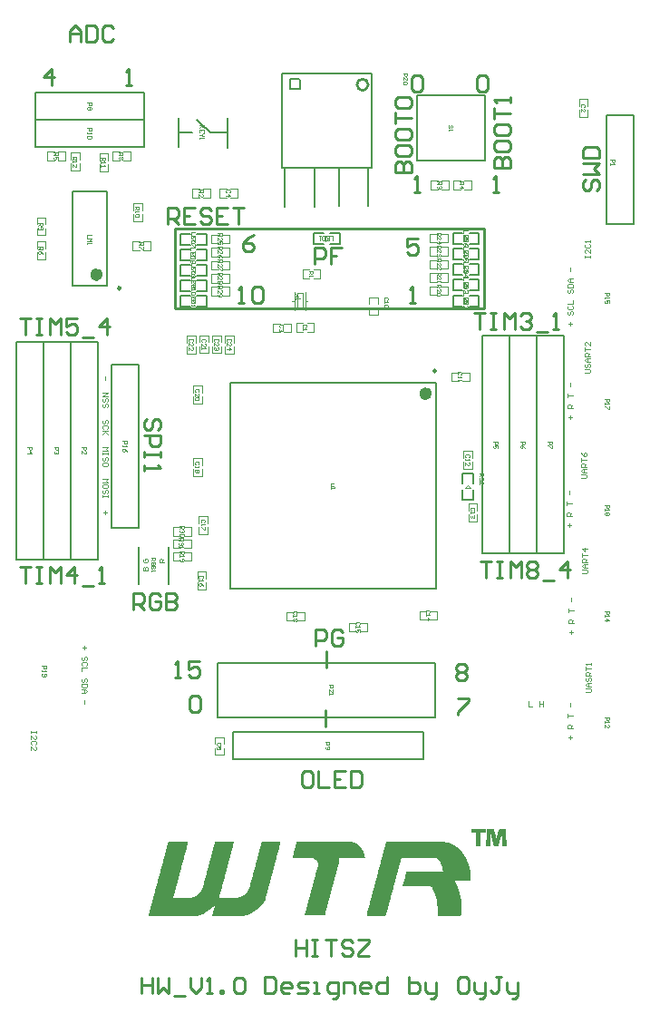
<source format=gto>
G04*
G04 #@! TF.GenerationSoftware,Altium Limited,Altium Designer,19.0.12 (326)*
G04*
G04 Layer_Color=65535*
%FSLAX25Y25*%
%MOIN*%
G70*
G01*
G75*
%ADD10C,0.00984*%
%ADD11C,0.02362*%
%ADD12C,0.01000*%
%ADD13C,0.00100*%
%ADD14C,0.00787*%
%ADD15C,0.00394*%
%ADD16C,0.00600*%
%ADD17C,0.00400*%
%ADD18C,0.00300*%
D10*
X155497Y263690D02*
G03*
X155497Y263690I-492J0D01*
G01*
X39520Y294120D02*
G03*
X39520Y294120I-492J0D01*
G01*
D11*
X152839Y255324D02*
G03*
X152839Y255324I-1181J0D01*
G01*
X31843Y299080D02*
G03*
X31843Y299080I-1181J0D01*
G01*
D12*
X130562Y368866D02*
G03*
X130562Y368866I-2062J0D01*
G01*
X59646Y316142D02*
X173130D01*
Y286614D02*
Y316142D01*
X59350Y286614D02*
X173130D01*
X59350D02*
Y315846D01*
X145768Y288681D02*
X147767D01*
X146767D01*
Y294679D01*
X145768Y293679D01*
X148782Y312494D02*
X144783D01*
Y309495D01*
X146783Y310495D01*
X147783D01*
X148782Y309495D01*
Y307496D01*
X147783Y306496D01*
X145783D01*
X144783Y307496D01*
X82972Y288681D02*
X84972D01*
X83972D01*
Y294679D01*
X82972Y293679D01*
X87971D02*
X88971Y294679D01*
X90970D01*
X91970Y293679D01*
Y289681D01*
X90970Y288681D01*
X88971D01*
X87971Y289681D01*
Y293679D01*
X110925Y302854D02*
Y308852D01*
X113924D01*
X114924Y307853D01*
Y305853D01*
X113924Y304854D01*
X110925D01*
X120922Y308852D02*
X116923D01*
Y305853D01*
X118923D01*
X116923D01*
Y302854D01*
X88546Y313675D02*
X86547Y312676D01*
X84547Y310676D01*
Y308677D01*
X85547Y307677D01*
X87546D01*
X88546Y308677D01*
Y309677D01*
X87546Y310676D01*
X84547D01*
X210454Y334117D02*
X209455Y333117D01*
Y331118D01*
X210454Y330118D01*
X211454D01*
X212454Y331118D01*
Y333117D01*
X213453Y334117D01*
X214453D01*
X215453Y333117D01*
Y331118D01*
X214453Y330118D01*
X209455Y336116D02*
X215453D01*
X213453Y338116D01*
X215453Y340115D01*
X209455D01*
Y342114D02*
X215453D01*
Y345113D01*
X214453Y346113D01*
X210454D01*
X209455Y345113D01*
Y342114D01*
X114961Y139167D02*
Y133169D01*
X115157Y160624D02*
Y154626D01*
X41634Y368799D02*
X43633D01*
X42634D01*
Y374797D01*
X41634Y373798D01*
X14023Y368701D02*
Y374699D01*
X11024Y371700D01*
X15022D01*
X20866Y384547D02*
Y388546D01*
X22865Y390545D01*
X24865Y388546D01*
Y384547D01*
Y387546D01*
X20866D01*
X26864Y390545D02*
Y384547D01*
X29863D01*
X30863Y385547D01*
Y389546D01*
X29863Y390545D01*
X26864D01*
X36861Y389546D02*
X35861Y390545D01*
X33862D01*
X32862Y389546D01*
Y385547D01*
X33862Y384547D01*
X35861D01*
X36861Y385547D01*
X56890Y317520D02*
Y323518D01*
X59889D01*
X60888Y322518D01*
Y320519D01*
X59889Y319519D01*
X56890D01*
X58889D02*
X60888Y317520D01*
X66887Y323518D02*
X62888D01*
Y317520D01*
X66887D01*
X62888Y320519D02*
X64887D01*
X72885Y322518D02*
X71885Y323518D01*
X69886D01*
X68886Y322518D01*
Y321518D01*
X69886Y320519D01*
X71885D01*
X72885Y319519D01*
Y318519D01*
X71885Y317520D01*
X69886D01*
X68886Y318519D01*
X78883Y323518D02*
X74884D01*
Y317520D01*
X78883D01*
X74884Y320519D02*
X76883D01*
X80882Y323518D02*
X84881D01*
X82881D01*
Y317520D01*
X146457Y371238D02*
X147456Y372238D01*
X149456D01*
X150455Y371238D01*
Y367240D01*
X149456Y366240D01*
X147456D01*
X146457Y367240D01*
Y371238D01*
X170449D02*
X171449Y372238D01*
X173448D01*
X174448Y371238D01*
Y367240D01*
X173448Y366240D01*
X171449D01*
X170449Y367240D01*
Y371238D01*
X147539Y329466D02*
X149539D01*
X148539D01*
Y335464D01*
X147539Y334464D01*
X176530Y329466D02*
X178529D01*
X177530D01*
Y335464D01*
X176530Y334464D01*
X176778Y338366D02*
X182776D01*
Y341365D01*
X181776Y342365D01*
X180776D01*
X179777Y341365D01*
Y338366D01*
Y341365D01*
X178777Y342365D01*
X177777D01*
X176778Y341365D01*
Y338366D01*
Y347363D02*
Y345364D01*
X177777Y344364D01*
X181776D01*
X182776Y345364D01*
Y347363D01*
X181776Y348363D01*
X177777D01*
X176778Y347363D01*
Y353361D02*
Y351362D01*
X177777Y350362D01*
X181776D01*
X182776Y351362D01*
Y353361D01*
X181776Y354361D01*
X177777D01*
X176778Y353361D01*
Y356360D02*
Y360359D01*
Y358360D01*
X182776D01*
Y362358D02*
Y364358D01*
Y363358D01*
X176778D01*
X177777Y362358D01*
X140656Y336516D02*
X146653D01*
Y339515D01*
X145654Y340514D01*
X144654D01*
X143655Y339515D01*
Y336516D01*
Y339515D01*
X142655Y340514D01*
X141655D01*
X140656Y339515D01*
Y336516D01*
Y345513D02*
Y343513D01*
X141655Y342514D01*
X145654D01*
X146653Y343513D01*
Y345513D01*
X145654Y346513D01*
X141655D01*
X140656Y345513D01*
Y351511D02*
Y349512D01*
X141655Y348512D01*
X145654D01*
X146653Y349512D01*
Y351511D01*
X145654Y352511D01*
X141655D01*
X140656Y351511D01*
Y354510D02*
Y358509D01*
Y356509D01*
X146653D01*
X141655Y360508D02*
X140656Y361508D01*
Y363507D01*
X141655Y364507D01*
X145654D01*
X146653Y363507D01*
Y361508D01*
X145654Y360508D01*
X141655D01*
X169587Y285033D02*
X173585D01*
X171586D01*
Y279035D01*
X175585Y285033D02*
X177584D01*
X176584D01*
Y279035D01*
X175585D01*
X177584D01*
X180583D02*
Y285033D01*
X182582Y283034D01*
X184582Y285033D01*
Y279035D01*
X186581Y284034D02*
X187581Y285033D01*
X189580D01*
X190580Y284034D01*
Y283034D01*
X189580Y282034D01*
X188581D01*
X189580D01*
X190580Y281035D01*
Y280035D01*
X189580Y279035D01*
X187581D01*
X186581Y280035D01*
X192579Y278036D02*
X196578D01*
X198577Y279035D02*
X200577D01*
X199577D01*
Y285033D01*
X198577Y284034D01*
X171949Y193793D02*
X175947D01*
X173948D01*
Y187795D01*
X177947Y193793D02*
X179946D01*
X178947D01*
Y187795D01*
X177947D01*
X179946D01*
X182945D02*
Y193793D01*
X184945Y191794D01*
X186944Y193793D01*
Y187795D01*
X188943Y192794D02*
X189943Y193793D01*
X191942D01*
X192942Y192794D01*
Y191794D01*
X191942Y190794D01*
X192942Y189795D01*
Y188795D01*
X191942Y187795D01*
X189943D01*
X188943Y188795D01*
Y189795D01*
X189943Y190794D01*
X188943Y191794D01*
Y192794D01*
X189943Y190794D02*
X191942D01*
X194941Y186796D02*
X198940D01*
X203939Y187795D02*
Y193793D01*
X200939Y190794D01*
X204938D01*
X109200Y116726D02*
X107201D01*
X106201Y115727D01*
Y111728D01*
X107201Y110728D01*
X109200D01*
X110199Y111728D01*
Y115727D01*
X109200Y116726D01*
X112199D02*
Y110728D01*
X116198D01*
X122196Y116726D02*
X118197D01*
Y110728D01*
X122196D01*
X118197Y113727D02*
X120196D01*
X124195Y116726D02*
Y110728D01*
X127194D01*
X128194Y111728D01*
Y115727D01*
X127194Y116726D01*
X124195D01*
X163583Y143400D02*
X167581D01*
Y142400D01*
X163583Y138401D01*
Y137402D01*
X64856Y143384D02*
X65856Y144384D01*
X67855D01*
X68855Y143384D01*
Y139385D01*
X67855Y138386D01*
X65856D01*
X64856Y139385D01*
Y143384D01*
X162755Y154998D02*
X163754Y155998D01*
X165754D01*
X166753Y154998D01*
Y153999D01*
X165754Y152999D01*
X166753Y151999D01*
Y151000D01*
X165754Y150000D01*
X163754D01*
X162755Y151000D01*
Y151999D01*
X163754Y152999D01*
X162755Y153999D01*
Y154998D01*
X163754Y152999D02*
X165754D01*
X59455Y151083D02*
X61454D01*
X60454D01*
Y157081D01*
X59455Y156081D01*
X68452Y157081D02*
X64453D01*
Y154082D01*
X66452Y155081D01*
X67452D01*
X68452Y154082D01*
Y152082D01*
X67452Y151083D01*
X65453D01*
X64453Y152082D01*
X111024Y162697D02*
Y168695D01*
X114023D01*
X115022Y167695D01*
Y165696D01*
X114023Y164696D01*
X111024D01*
X121020Y167695D02*
X120021Y168695D01*
X118021D01*
X117022Y167695D01*
Y163697D01*
X118021Y162697D01*
X120021D01*
X121020Y163697D01*
Y165696D01*
X119021D01*
X44193Y175886D02*
Y181884D01*
X47192D01*
X48192Y180884D01*
Y178885D01*
X47192Y177885D01*
X44193D01*
X46192D02*
X48192Y175886D01*
X54190Y180884D02*
X53190Y181884D01*
X51191D01*
X50191Y180884D01*
Y176885D01*
X51191Y175886D01*
X53190D01*
X54190Y176885D01*
Y178885D01*
X52190D01*
X56189Y181884D02*
Y175886D01*
X59188D01*
X60188Y176885D01*
Y177885D01*
X59188Y178885D01*
X56189D01*
X59188D01*
X60188Y179885D01*
Y180884D01*
X59188Y181884D01*
X56189D01*
X53325Y241966D02*
X54325Y242966D01*
Y244965D01*
X53325Y245965D01*
X52325D01*
X51326Y244965D01*
Y242966D01*
X50326Y241966D01*
X49326D01*
X48327Y242966D01*
Y244965D01*
X49326Y245965D01*
X48327Y239967D02*
X54325D01*
Y236967D01*
X53325Y235968D01*
X51326D01*
X50326Y236967D01*
Y239967D01*
X54325Y233968D02*
Y231969D01*
Y232969D01*
X48327D01*
Y233968D01*
Y231969D01*
Y228970D02*
Y226971D01*
Y227970D01*
X54325D01*
X53325Y228970D01*
X2559Y191726D02*
X6558D01*
X4558D01*
Y185728D01*
X8557Y191726D02*
X10556D01*
X9557D01*
Y185728D01*
X8557D01*
X10556D01*
X13555D02*
Y191726D01*
X15555Y189727D01*
X17554Y191726D01*
Y185728D01*
X22553D02*
Y191726D01*
X19554Y188727D01*
X23552D01*
X25552Y184729D02*
X29550D01*
X31550Y185728D02*
X33549D01*
X32549D01*
Y191726D01*
X31550Y190727D01*
X2362Y283163D02*
X6361D01*
X4361D01*
Y277165D01*
X8360Y283163D02*
X10360D01*
X9360D01*
Y277165D01*
X8360D01*
X10360D01*
X13359D02*
Y283163D01*
X15358Y281164D01*
X17357Y283163D01*
Y277165D01*
X23355Y283163D02*
X19357D01*
Y280164D01*
X21356Y281164D01*
X22356D01*
X23355Y280164D01*
Y278165D01*
X22356Y277165D01*
X20356D01*
X19357Y278165D01*
X25355Y276166D02*
X29353D01*
X34352Y277165D02*
Y283163D01*
X31353Y280164D01*
X35351D01*
X103839Y54522D02*
Y48524D01*
Y51523D01*
X107837D01*
Y54522D01*
Y48524D01*
X109837Y54522D02*
X111836D01*
X110836D01*
Y48524D01*
X109837D01*
X111836D01*
X114835Y54522D02*
X118834D01*
X116834D01*
Y48524D01*
X124832Y53522D02*
X123832Y54522D01*
X121833D01*
X120833Y53522D01*
Y52522D01*
X121833Y51523D01*
X123832D01*
X124832Y50523D01*
Y49523D01*
X123832Y48524D01*
X121833D01*
X120833Y49523D01*
X126831Y54522D02*
X130830D01*
Y53522D01*
X126831Y49523D01*
Y48524D01*
X130830D01*
X92521Y41136D02*
Y35138D01*
X95520D01*
X96520Y36138D01*
Y40136D01*
X95520Y41136D01*
X92521D01*
X101518Y35138D02*
X99519D01*
X98519Y36138D01*
Y38137D01*
X99519Y39136D01*
X101518D01*
X102518Y38137D01*
Y37137D01*
X98519D01*
X104517Y35138D02*
X107516D01*
X108516Y36138D01*
X107516Y37137D01*
X105517D01*
X104517Y38137D01*
X105517Y39136D01*
X108516D01*
X110515Y35138D02*
X112515D01*
X111515D01*
Y39136D01*
X110515D01*
X117513Y33138D02*
X118513D01*
X119512Y34138D01*
Y39136D01*
X116514D01*
X115514Y38137D01*
Y36138D01*
X116514Y35138D01*
X119512D01*
X121512D02*
Y39136D01*
X124511D01*
X125511Y38137D01*
Y35138D01*
X130509D02*
X128510D01*
X127510Y36138D01*
Y38137D01*
X128510Y39136D01*
X130509D01*
X131509Y38137D01*
Y37137D01*
X127510D01*
X137507Y41136D02*
Y35138D01*
X134508D01*
X133508Y36138D01*
Y38137D01*
X134508Y39136D01*
X137507D01*
X145504Y41136D02*
Y35138D01*
X148503D01*
X149503Y36138D01*
Y37137D01*
Y38137D01*
X148503Y39136D01*
X145504D01*
X151502D02*
Y36138D01*
X152502Y35138D01*
X155501D01*
Y34138D01*
X154501Y33138D01*
X153501D01*
X155501Y35138D02*
Y39136D01*
X166497Y41136D02*
X164498D01*
X163498Y40136D01*
Y36138D01*
X164498Y35138D01*
X166497D01*
X167497Y36138D01*
Y40136D01*
X166497Y41136D01*
X169496Y39136D02*
Y36138D01*
X170496Y35138D01*
X173495D01*
Y34138D01*
X172495Y33138D01*
X171496D01*
X173495Y35138D02*
Y39136D01*
X179493Y41136D02*
X177494D01*
X178493D01*
Y36138D01*
X177494Y35138D01*
X176494D01*
X175494Y36138D01*
X181492Y39136D02*
Y36138D01*
X182492Y35138D01*
X185491D01*
Y34138D01*
X184492Y33138D01*
X183492D01*
X185491Y35138D02*
Y39136D01*
X47343Y40841D02*
Y34843D01*
Y37842D01*
X51341D01*
Y40841D01*
Y34843D01*
X53341Y40841D02*
Y34843D01*
X55340Y36842D01*
X57339Y34843D01*
Y40841D01*
X59339Y33843D02*
X63337D01*
X65337Y40841D02*
Y36842D01*
X67336Y34843D01*
X69335Y36842D01*
Y40841D01*
X71335Y34843D02*
X73334D01*
X72334D01*
Y40841D01*
X71335Y39841D01*
X76333Y34843D02*
Y35842D01*
X77333D01*
Y34843D01*
X76333D01*
X81331Y39841D02*
X82331Y40841D01*
X84331D01*
X85330Y39841D01*
Y35842D01*
X84331Y34843D01*
X82331D01*
X81331Y35842D01*
Y39841D01*
D13*
X50721Y67197D02*
X73455D01*
X74221D02*
X90555D01*
X112021Y83197D02*
X119455D01*
X143421Y75197D02*
X162555D01*
X52921D02*
X59855D01*
X155921Y67197D02*
X164655D01*
X108121D02*
X115155D01*
X176321Y91197D02*
X178555D01*
X157221Y83197D02*
X166855D01*
X135221D02*
X141955D01*
X133021Y75197D02*
X139755D01*
X89421Y83197D02*
X96055D01*
X87221Y75197D02*
X93855D01*
X110321D02*
X117255D01*
X55021Y83197D02*
X61955D01*
X72221D02*
X78855D01*
X70121Y75197D02*
X76655D01*
X130921Y67197D02*
X137655D01*
X179721Y91197D02*
X181055D01*
X170321D02*
X171555D01*
X173921D02*
X175155D01*
X50721Y67097D02*
X73355D01*
X50721Y66997D02*
X73155D01*
X50621Y66897D02*
X73055D01*
X50621Y66797D02*
X72955D01*
X50621Y66697D02*
X72855D01*
X50621Y66597D02*
X72655D01*
X50521Y66497D02*
X72555D01*
X50521Y66397D02*
X72455D01*
X50521Y66297D02*
X72355D01*
X50521Y66197D02*
X72155D01*
X50421Y66097D02*
X72055D01*
X50421Y65997D02*
X71955D01*
X50421Y65897D02*
X71755D01*
X50421Y65797D02*
X71655D01*
X50321Y65697D02*
X71555D01*
X50321Y65597D02*
X71355D01*
X50321Y65497D02*
X71255D01*
X50221Y65397D02*
X71155D01*
X50221Y65297D02*
X70955D01*
X50221Y65197D02*
X70855D01*
X50221Y65097D02*
X70655D01*
X50121Y64997D02*
X70555D01*
X50121Y64897D02*
X70355D01*
X50121Y64797D02*
X70255D01*
X50121Y64697D02*
X70055D01*
X51521Y69997D02*
X92455D01*
X51521Y69897D02*
X92455D01*
X51421Y69797D02*
X92455D01*
X51421Y69697D02*
X92355D01*
X51421Y69597D02*
X92355D01*
X51321Y69497D02*
X92355D01*
X51321Y69397D02*
X92355D01*
X51321Y69297D02*
X92255D01*
X51321Y69197D02*
X92255D01*
X51221Y69097D02*
X92155D01*
X51221Y68997D02*
X92055D01*
X51221Y68897D02*
X92055D01*
X51221Y68797D02*
X91955D01*
X51121Y68697D02*
X91855D01*
X51121Y68597D02*
X91855D01*
X51121Y68497D02*
X91755D01*
X51121Y68397D02*
X91655D01*
X51021Y68297D02*
X91555D01*
X51021Y68197D02*
X91455D01*
X51021Y68097D02*
X91455D01*
X50921Y67997D02*
X91355D01*
X50921Y67897D02*
X91255D01*
X50921Y67797D02*
X74155D01*
X50921Y67697D02*
X74055D01*
X50821Y67597D02*
X73955D01*
X50821Y67497D02*
X73855D01*
X50821Y67397D02*
X73655D01*
X50821Y67297D02*
X73555D01*
X74121Y67097D02*
X90455D01*
X74121Y66997D02*
X90355D01*
X74121Y66897D02*
X90255D01*
X74121Y66797D02*
X90155D01*
X74021Y66697D02*
X90055D01*
X74021Y66597D02*
X89955D01*
X74021Y66497D02*
X89855D01*
X73921Y66397D02*
X89755D01*
X73921Y66297D02*
X89555D01*
X73921Y66197D02*
X89455D01*
X73921Y66097D02*
X89355D01*
X73821Y65997D02*
X89255D01*
X73821Y65897D02*
X89055D01*
X73821Y65797D02*
X88955D01*
X73821Y65697D02*
X88855D01*
X73721Y65597D02*
X88655D01*
X73721Y65497D02*
X88555D01*
X73721Y65397D02*
X88355D01*
X73621Y65297D02*
X88255D01*
X73621Y65197D02*
X88055D01*
X73621Y65097D02*
X87955D01*
X73621Y64997D02*
X87755D01*
X73521Y64897D02*
X87655D01*
X73521Y64797D02*
X87455D01*
X73521Y64697D02*
X87255D01*
X73521Y64597D02*
X87055D01*
X73421Y64497D02*
X86855D01*
X73421Y64397D02*
X86755D01*
X73421Y64297D02*
X86455D01*
X73421Y64197D02*
X86255D01*
X73321Y64097D02*
X86055D01*
X50021Y64597D02*
X69955D01*
X50021Y64497D02*
X69755D01*
X50021Y64397D02*
X69555D01*
X49921Y64297D02*
X69355D01*
X49921Y64197D02*
X69155D01*
X49921Y64097D02*
X68955D01*
X49921Y63997D02*
X68655D01*
X49821Y63897D02*
X68355D01*
X49921Y63797D02*
X67755D01*
X143421Y75097D02*
X162655D01*
X143421Y74997D02*
X162655D01*
X143321Y74897D02*
X162755D01*
X143321Y74797D02*
X162755D01*
X143321Y74697D02*
X162855D01*
X86021Y72197D02*
X93055D01*
X85921Y72097D02*
X93055D01*
X85821Y71997D02*
X92955D01*
X85821Y71897D02*
X92955D01*
X85721Y71797D02*
X92955D01*
X85621Y71697D02*
X92955D01*
X85521Y71597D02*
X92855D01*
X85421Y71497D02*
X92855D01*
X85321Y71397D02*
X92855D01*
X85221Y71297D02*
X92755D01*
X85021Y71197D02*
X92755D01*
X84921Y71097D02*
X92755D01*
X84721Y70997D02*
X92755D01*
X84621Y70897D02*
X92655D01*
X84421Y70797D02*
X92655D01*
X84221Y70697D02*
X92655D01*
X83921Y70597D02*
X92655D01*
X83721Y70497D02*
X92655D01*
X83421Y70397D02*
X92555D01*
X83221Y70297D02*
X92555D01*
X82821Y70197D02*
X92555D01*
X82521Y70097D02*
X92555D01*
X74321Y67797D02*
X91155D01*
X74321Y67697D02*
X91055D01*
X74321Y67597D02*
X90955D01*
X74221Y67497D02*
X90855D01*
X74221Y67397D02*
X90755D01*
X74221Y67297D02*
X90655D01*
X52921Y75097D02*
X59855D01*
X52821Y74997D02*
X59855D01*
X52821Y74897D02*
X59755D01*
X52821Y74797D02*
X59755D01*
X52721Y74697D02*
X59755D01*
X52721Y74597D02*
X59655D01*
X52721Y74497D02*
X59655D01*
X52721Y74397D02*
X59655D01*
X52621Y74297D02*
X59655D01*
X52621Y74197D02*
X59555D01*
X52621Y74097D02*
X59555D01*
X52621Y73997D02*
X59555D01*
X52521Y73897D02*
X59555D01*
X52521Y73797D02*
X59455D01*
X52521Y73697D02*
X59455D01*
X52521Y73597D02*
X59455D01*
X52421Y73497D02*
X59355D01*
X52421Y73397D02*
X59355D01*
X52421Y73297D02*
X59355D01*
X52321Y73197D02*
X59355D01*
X52321Y73097D02*
X59255D01*
X52321Y72997D02*
X59255D01*
X52321Y72897D02*
X59255D01*
X52221Y72797D02*
X59255D01*
X52221Y72697D02*
X59155D01*
X52221Y72597D02*
X59155D01*
X52221Y72497D02*
X59155D01*
X52121Y72397D02*
X59155D01*
X52121Y72297D02*
X59055D01*
X52121Y72197D02*
X59055D01*
X52021Y72097D02*
X59055D01*
X52021Y71997D02*
X58955D01*
X52021Y71897D02*
X58955D01*
X52021Y71797D02*
X58955D01*
X51921Y71697D02*
X58955D01*
X51921Y71597D02*
X58855D01*
X51921Y71497D02*
X58855D01*
X51921Y71397D02*
X58855D01*
X51821Y71297D02*
X58855D01*
X51821Y71197D02*
X58755D01*
X51821Y71097D02*
X58755D01*
X51821Y70997D02*
X58755D01*
X51721Y70897D02*
X58755D01*
X51721Y70797D02*
X58655D01*
X51721Y70697D02*
X58655D01*
X51621Y70597D02*
X58655D01*
X51621Y70497D02*
X58555D01*
X51621Y70397D02*
X58555D01*
X51621Y70297D02*
X58555D01*
X51521Y70197D02*
X58555D01*
X51521Y70097D02*
X58555D01*
X112121Y83097D02*
X119455D01*
X112121Y82997D02*
X119355D01*
X112121Y82897D02*
X119355D01*
X112121Y82797D02*
X119355D01*
X112221Y82697D02*
X119355D01*
X112221Y82597D02*
X119255D01*
X112221Y82497D02*
X119255D01*
X112221Y82397D02*
X119255D01*
X112221Y82297D02*
X119155D01*
X112121Y82197D02*
X119155D01*
X112121Y82097D02*
X119155D01*
X112121Y81997D02*
X119155D01*
X112121Y81897D02*
X119055D01*
X112021Y81797D02*
X119055D01*
X112021Y81697D02*
X119055D01*
X112021Y81597D02*
X119055D01*
X111921Y81497D02*
X118955D01*
X111921Y81397D02*
X118955D01*
X111921Y81297D02*
X118955D01*
X111921Y81197D02*
X118955D01*
X111821Y81097D02*
X118855D01*
X111821Y80997D02*
X118855D01*
X111821Y80897D02*
X118855D01*
X111821Y80797D02*
X118755D01*
X111721Y80697D02*
X118755D01*
X111721Y80597D02*
X118755D01*
X111721Y80497D02*
X118755D01*
X111721Y80397D02*
X118655D01*
X111621Y80297D02*
X118655D01*
X111621Y80197D02*
X118655D01*
X111621Y80097D02*
X118655D01*
X111521Y79997D02*
X118555D01*
X111521Y79897D02*
X118555D01*
X111521Y79797D02*
X118555D01*
X111521Y79697D02*
X118455D01*
X144621D02*
X167755D01*
X111421Y79597D02*
X118455D01*
X144621D02*
X167855D01*
X111421Y79497D02*
X118455D01*
X144621D02*
X167855D01*
X111421Y79397D02*
X118455D01*
X144621D02*
X167855D01*
X111421Y79297D02*
X118355D01*
X144521D02*
X167855D01*
X111321Y79197D02*
X118355D01*
X144521D02*
X167855D01*
X111321Y79097D02*
X118355D01*
X144521D02*
X167855D01*
X111321Y78997D02*
X118355D01*
X144421D02*
X167855D01*
X111221Y78897D02*
X118255D01*
X144421D02*
X167855D01*
X111221Y78797D02*
X118255D01*
X144421D02*
X167855D01*
X111221Y78697D02*
X118255D01*
X144421D02*
X167855D01*
X111221Y78597D02*
X118255D01*
X144321D02*
X167855D01*
X111121Y78497D02*
X118155D01*
X144321D02*
X167855D01*
X111121Y78397D02*
X118155D01*
X144321D02*
X167855D01*
X111121Y78297D02*
X118155D01*
X144321D02*
X167855D01*
X111121Y78197D02*
X118055D01*
X144221D02*
X167855D01*
X111021Y78097D02*
X118055D01*
X144221D02*
X167855D01*
X111021Y77997D02*
X118055D01*
X144221D02*
X167855D01*
X111021Y77897D02*
X118055D01*
X144221D02*
X167855D01*
X144121Y77797D02*
X167855D01*
X144121Y77697D02*
X167855D01*
X144121Y77597D02*
X167855D01*
X144021Y77497D02*
X167855D01*
X144021Y77397D02*
X167855D01*
X144021Y77297D02*
X167855D01*
X144021Y77197D02*
X167855D01*
X143921Y77097D02*
X167855D01*
X143921Y76997D02*
X167855D01*
X143921Y76897D02*
X167855D01*
X143921Y76797D02*
X167755D01*
X143821Y76697D02*
X167755D01*
X143821Y76597D02*
X167755D01*
X143821Y76497D02*
X161855D01*
X143721Y76397D02*
X161955D01*
X143721Y76297D02*
X162055D01*
X143721Y76197D02*
X162055D01*
X143721Y76097D02*
X162155D01*
X143621Y75997D02*
X162155D01*
X143621Y75897D02*
X162255D01*
X143621Y75797D02*
X162255D01*
X143621Y75697D02*
X162355D01*
X143521Y75597D02*
X162355D01*
X143521Y75497D02*
X162455D01*
X143521Y75397D02*
X162455D01*
X143521Y75297D02*
X162555D01*
X54021Y79497D02*
X60955D01*
X54021Y79397D02*
X60955D01*
X54021Y79297D02*
X60955D01*
X54021Y79197D02*
X60955D01*
X53921Y79097D02*
X60855D01*
X53921Y78997D02*
X60855D01*
X53921Y78897D02*
X60855D01*
X53821Y78797D02*
X60855D01*
X53821Y78697D02*
X60755D01*
X53821Y78597D02*
X60755D01*
X53821Y78497D02*
X60755D01*
X53721Y78397D02*
X60655D01*
X53721Y78297D02*
X60655D01*
X53721Y78197D02*
X60655D01*
X53721Y78097D02*
X60655D01*
X53621Y77997D02*
X60555D01*
X53621Y77897D02*
X60555D01*
X53621Y77797D02*
X60555D01*
X53621Y77697D02*
X60555D01*
X53521Y77597D02*
X60455D01*
X53521Y77497D02*
X60455D01*
X53521Y77397D02*
X60455D01*
X53421Y77297D02*
X60455D01*
X53421Y77197D02*
X60355D01*
X53421Y77097D02*
X60355D01*
X53421Y76997D02*
X60355D01*
X53321Y76897D02*
X60355D01*
X53321Y76797D02*
X60255D01*
X53321Y76697D02*
X60255D01*
X53321Y76597D02*
X60255D01*
X53221Y76497D02*
X60255D01*
X53221Y76397D02*
X60155D01*
X53221Y76297D02*
X60155D01*
X53121Y76197D02*
X60155D01*
X53121Y76097D02*
X60055D01*
X53121Y75997D02*
X60055D01*
X53121Y75897D02*
X60055D01*
X53021Y75797D02*
X60055D01*
X53021Y75697D02*
X59955D01*
X53021Y75597D02*
X59955D01*
X53021Y75497D02*
X59955D01*
X52921Y75397D02*
X59955D01*
X52921Y75297D02*
X59855D01*
X104221Y90597D02*
X124655D01*
X137121D02*
X158555D01*
X104221Y90497D02*
X125055D01*
X137121D02*
X159155D01*
X104121Y90397D02*
X125255D01*
X137121D02*
X159655D01*
X104121Y90297D02*
X125455D01*
X137021D02*
X159955D01*
X104121Y90197D02*
X125655D01*
X137021D02*
X160255D01*
X104121Y90097D02*
X125855D01*
X137021D02*
X160555D01*
X104021Y89997D02*
X125955D01*
X137021D02*
X160755D01*
X104021Y89897D02*
X126055D01*
X136921D02*
X160955D01*
X104021Y89797D02*
X126255D01*
X136921D02*
X161155D01*
X103921Y89697D02*
X126355D01*
X136921D02*
X161355D01*
X103921Y89597D02*
X126455D01*
X136921D02*
X161555D01*
X103921Y89497D02*
X126555D01*
X136821D02*
X161755D01*
X103921Y89397D02*
X126655D01*
X136821D02*
X161855D01*
X103821Y89297D02*
X126755D01*
X136821D02*
X162055D01*
X103821Y89197D02*
X126855D01*
X136721D02*
X162255D01*
X103821Y89097D02*
X126955D01*
X136721D02*
X162355D01*
X103821Y88997D02*
X127055D01*
X136721D02*
X162555D01*
X103721Y88897D02*
X127155D01*
X136721D02*
X162655D01*
X103721Y88797D02*
X127255D01*
X136621D02*
X162755D01*
X103721Y88697D02*
X127355D01*
X136621D02*
X162955D01*
X103721Y88597D02*
X127455D01*
X136621D02*
X163055D01*
X103621Y88497D02*
X127555D01*
X136621D02*
X163155D01*
X103621Y88397D02*
X127555D01*
X136521D02*
X163255D01*
X103621Y88297D02*
X127655D01*
X136521D02*
X163455D01*
X103521Y88197D02*
X127755D01*
X136521D02*
X163555D01*
X103521Y88097D02*
X127855D01*
X136421D02*
X163655D01*
X103521Y87997D02*
X127855D01*
X136421D02*
X163755D01*
X103521Y87897D02*
X127955D01*
X136421D02*
X163855D01*
X103521Y87797D02*
X128055D01*
X136421D02*
X163955D01*
X103421Y87697D02*
X128055D01*
X136321D02*
X164055D01*
X103421Y87597D02*
X128155D01*
X136321D02*
X164155D01*
X103421Y87497D02*
X128155D01*
X136321D02*
X164255D01*
X103421Y87397D02*
X128255D01*
X136321D02*
X164355D01*
X103321Y87297D02*
X128255D01*
X136221D02*
X164455D01*
X103321Y87197D02*
X128355D01*
X136221D02*
X164555D01*
X103321Y87097D02*
X128355D01*
X136221D02*
X164555D01*
X103221Y86997D02*
X128455D01*
X136221D02*
X164655D01*
X103221Y86897D02*
X128455D01*
X136121D02*
X164755D01*
X103221Y86797D02*
X128555D01*
X136121D02*
X164855D01*
X103221Y86697D02*
X128555D01*
X136121D02*
X164955D01*
X103121Y86597D02*
X128555D01*
X136021D02*
X164955D01*
X103121Y86497D02*
X128655D01*
X136021D02*
X165055D01*
X103121Y86397D02*
X128655D01*
X136021D02*
X165155D01*
X103121Y86297D02*
X128755D01*
X136021D02*
X165155D01*
X103021Y86197D02*
X128755D01*
X135921D02*
X165255D01*
X103021Y86097D02*
X128755D01*
X135921D02*
X165355D01*
X103021Y85997D02*
X128855D01*
X135921D02*
X165355D01*
X103021Y85897D02*
X128855D01*
X135921D02*
X165455D01*
X102921Y85797D02*
X128855D01*
X135821D02*
X165455D01*
X102921Y85697D02*
X128855D01*
X135821D02*
X165555D01*
X102921Y85597D02*
X128955D01*
X135821D02*
X165655D01*
X102821Y85497D02*
X128955D01*
X135721D02*
X165655D01*
X102821Y85397D02*
X128955D01*
X135721D02*
X165755D01*
X102821Y85297D02*
X128955D01*
X135721D02*
X165755D01*
X102821Y85197D02*
X128955D01*
X135721D02*
X165855D01*
X102721Y85097D02*
X129055D01*
X135721D02*
X165855D01*
X102721Y84997D02*
X129055D01*
X135621D02*
X165955D01*
X110121Y84897D02*
X119655D01*
X110421Y84797D02*
X119655D01*
X110621Y84697D02*
X119655D01*
X110821Y84597D02*
X119655D01*
X110921Y84497D02*
X119655D01*
X111121Y84397D02*
X119655D01*
X111221Y84297D02*
X119655D01*
X111321Y84197D02*
X119655D01*
X111521Y84097D02*
X119655D01*
X111521Y83997D02*
X119655D01*
X111621Y83897D02*
X119555D01*
X111721Y83797D02*
X119555D01*
X111821Y83697D02*
X119555D01*
X111821Y83597D02*
X119555D01*
X111921Y83497D02*
X119555D01*
X111921Y83397D02*
X119455D01*
X112021Y83297D02*
X119455D01*
X156021Y67097D02*
X164655D01*
X156021Y66997D02*
X164655D01*
X156021Y66897D02*
X164655D01*
X156021Y66797D02*
X164655D01*
X156021Y66697D02*
X164655D01*
X156021Y66597D02*
X164655D01*
X156021Y66497D02*
X164655D01*
X156021Y66397D02*
X164655D01*
X156021Y66297D02*
X164655D01*
X156021Y66197D02*
X164655D01*
X156021Y66097D02*
X164655D01*
X156021Y65997D02*
X164655D01*
X156021Y65897D02*
X164655D01*
X156021Y65797D02*
X164655D01*
X156021Y65697D02*
X164655D01*
X156021Y65597D02*
X164655D01*
X156021Y65497D02*
X164655D01*
X156021Y65397D02*
X164555D01*
X156121Y65297D02*
X164555D01*
X156121Y65197D02*
X164555D01*
X156121Y65097D02*
X164555D01*
X156121Y64997D02*
X164555D01*
X156121Y64897D02*
X164555D01*
X156121Y64797D02*
X164555D01*
X156121Y64697D02*
X164555D01*
X156121Y64597D02*
X164555D01*
X156121Y64497D02*
X164455D01*
X156121Y64397D02*
X164455D01*
X156121Y64297D02*
X164455D01*
X156121Y64197D02*
X164455D01*
X156121Y64097D02*
X164455D01*
X156121Y63997D02*
X164355D01*
X156121Y63897D02*
X164355D01*
X156221Y63797D02*
X164255D01*
X130021Y64197D02*
X136855D01*
X130021Y64097D02*
X136855D01*
X130021Y63997D02*
X136755D01*
X130021Y63897D02*
X136755D01*
X130021Y63797D02*
X136655D01*
X108121Y67097D02*
X115155D01*
X108021Y66997D02*
X115055D01*
X108021Y66897D02*
X115055D01*
X108021Y66797D02*
X115055D01*
X108021Y66697D02*
X115055D01*
X107921Y66597D02*
X114955D01*
X107921Y66497D02*
X114955D01*
X107921Y66397D02*
X114955D01*
X107921Y66297D02*
X114855D01*
X107821Y66197D02*
X114855D01*
X107821Y66097D02*
X114855D01*
X107821Y65997D02*
X114855D01*
X107821Y65897D02*
X114755D01*
X107721Y65797D02*
X114755D01*
X107721Y65697D02*
X114755D01*
X107721Y65597D02*
X114755D01*
X107621Y65497D02*
X114655D01*
X107621Y65397D02*
X114655D01*
X107621Y65297D02*
X114655D01*
X107621Y65197D02*
X114555D01*
X107521Y65097D02*
X114555D01*
X107521Y64997D02*
X114555D01*
X107521Y64897D02*
X114555D01*
X107521Y64797D02*
X114455D01*
X107421Y64697D02*
X114455D01*
X107421Y64597D02*
X114455D01*
X107421Y64497D02*
X114455D01*
X107321Y64397D02*
X114355D01*
X107321Y64297D02*
X114355D01*
X107321Y64197D02*
X114355D01*
X107321Y64097D02*
X114355D01*
X107221Y63997D02*
X114255D01*
X107221Y63897D02*
X114255D01*
X73321Y63997D02*
X85755D01*
X73321Y63897D02*
X85455D01*
X73321Y63797D02*
X84855D01*
X153221Y74597D02*
X162855D01*
X153521Y74497D02*
X162855D01*
X153721Y74397D02*
X162955D01*
X153821Y74297D02*
X162955D01*
X153921Y74197D02*
X163055D01*
X154021Y74097D02*
X163055D01*
X154021Y73997D02*
X163055D01*
X154121Y73897D02*
X163155D01*
X154221Y73797D02*
X163155D01*
X154221Y73697D02*
X163255D01*
X154321Y73597D02*
X163255D01*
X154321Y73497D02*
X163255D01*
X154421Y73397D02*
X163355D01*
X154421Y73297D02*
X163355D01*
X154421Y73197D02*
X163355D01*
X154521Y73097D02*
X163455D01*
X154521Y72997D02*
X163455D01*
X154521Y72897D02*
X163455D01*
X154621Y72797D02*
X163555D01*
X154621Y72697D02*
X163555D01*
X154621Y72597D02*
X163555D01*
X154721Y72497D02*
X163655D01*
X154721Y72397D02*
X163655D01*
X154821Y72297D02*
X163655D01*
X154821Y72197D02*
X163755D01*
X154821Y72097D02*
X163755D01*
X154921Y71997D02*
X163755D01*
X154921Y71897D02*
X163755D01*
X155021Y71797D02*
X163855D01*
X155021Y71697D02*
X163855D01*
X155121Y71597D02*
X163855D01*
X155121Y71497D02*
X163855D01*
X155121Y71397D02*
X163955D01*
X155221Y71297D02*
X163955D01*
X155221Y71197D02*
X163955D01*
X155321Y71097D02*
X164055D01*
X155321Y70997D02*
X164055D01*
X155421Y70897D02*
X164055D01*
X155421Y70797D02*
X164055D01*
X155521Y70697D02*
X164055D01*
X155521Y70597D02*
X164155D01*
X155621Y70497D02*
X164155D01*
X155621Y70397D02*
X164155D01*
X155621Y70297D02*
X164155D01*
X155621Y70197D02*
X164255D01*
X155621Y70097D02*
X164255D01*
X155721Y69997D02*
X164255D01*
X155721Y69897D02*
X164255D01*
X155721Y69797D02*
X164255D01*
X155721Y69697D02*
X164355D01*
X155721Y69597D02*
X164355D01*
X155721Y69497D02*
X164355D01*
X155721Y69397D02*
X164355D01*
X155821Y69297D02*
X164355D01*
X155821Y69197D02*
X164355D01*
X155821Y69097D02*
X164455D01*
X155821Y68997D02*
X164455D01*
X155821Y68897D02*
X164455D01*
X155821Y68797D02*
X164455D01*
X155821Y68697D02*
X164455D01*
X155821Y68597D02*
X164455D01*
X155821Y68497D02*
X164455D01*
X155921Y68397D02*
X164555D01*
X155921Y68297D02*
X164555D01*
X155921Y68197D02*
X164555D01*
X155921Y68097D02*
X164555D01*
X155921Y67997D02*
X164555D01*
X155921Y67897D02*
X164555D01*
X155921Y67797D02*
X164555D01*
X155921Y67697D02*
X164555D01*
X155921Y67597D02*
X164555D01*
X155921Y67497D02*
X164555D01*
X155921Y67397D02*
X164555D01*
X155921Y67297D02*
X164655D01*
X133021Y75097D02*
X139755D01*
X133021Y74997D02*
X139755D01*
X132921Y74897D02*
X139755D01*
X132921Y74797D02*
X139655D01*
X132921Y74697D02*
X139655D01*
X132821Y74597D02*
X139655D01*
X132821Y74497D02*
X139655D01*
X132821Y74397D02*
X139555D01*
X132821Y74297D02*
X139555D01*
X132721Y74197D02*
X139555D01*
X132721Y74097D02*
X139455D01*
X132721Y73997D02*
X139455D01*
X132721Y73897D02*
X139455D01*
X132621Y73797D02*
X139455D01*
X132621Y73697D02*
X139355D01*
X132621Y73597D02*
X139355D01*
X132521Y73497D02*
X139355D01*
X132521Y73397D02*
X139355D01*
X132521Y73297D02*
X139255D01*
X132521Y73197D02*
X139255D01*
X132421Y73097D02*
X139255D01*
X132421Y72997D02*
X139155D01*
X132421Y72897D02*
X139155D01*
X132421Y72797D02*
X139155D01*
X132321Y72697D02*
X139155D01*
X132321Y72597D02*
X139055D01*
X132321Y72497D02*
X139055D01*
X132321Y72397D02*
X139055D01*
X132221Y72297D02*
X139055D01*
X132221Y72197D02*
X138955D01*
X132221Y72097D02*
X138955D01*
X132121Y71997D02*
X138955D01*
X132121Y71897D02*
X138955D01*
X132121Y71797D02*
X138855D01*
X132121Y71697D02*
X138855D01*
X132021Y71597D02*
X138855D01*
X132021Y71497D02*
X138755D01*
X132021Y71397D02*
X138755D01*
X132021Y71297D02*
X138755D01*
X131921Y71197D02*
X138755D01*
X131921Y71097D02*
X138655D01*
X131921Y70997D02*
X138655D01*
X131821Y70897D02*
X138655D01*
X131821Y70797D02*
X138655D01*
X131821Y70697D02*
X138555D01*
X131821Y70597D02*
X138555D01*
X131721Y70497D02*
X138555D01*
X131721Y70397D02*
X138455D01*
X131721Y70297D02*
X138455D01*
X131721Y70197D02*
X138455D01*
X131621Y70097D02*
X138455D01*
X131621Y69997D02*
X138355D01*
X131621Y69897D02*
X138355D01*
X131621Y69797D02*
X138355D01*
X131521Y69697D02*
X138355D01*
X131521Y69597D02*
X138255D01*
X131521Y69497D02*
X138255D01*
X131421Y69397D02*
X138255D01*
X131421Y69297D02*
X138255D01*
X131421Y69197D02*
X138155D01*
X131421Y69097D02*
X138155D01*
X131321Y68997D02*
X138155D01*
X131321Y68897D02*
X138055D01*
X131321Y68797D02*
X138055D01*
X131321Y68697D02*
X138055D01*
X131221Y68597D02*
X138055D01*
X87221Y75097D02*
X93855D01*
X110221D02*
X117255D01*
X87221Y74997D02*
X93755D01*
X110221D02*
X117255D01*
X87221Y74897D02*
X93755D01*
X110221D02*
X117255D01*
X87121Y74797D02*
X93755D01*
X110121D02*
X117155D01*
X87121Y74697D02*
X93755D01*
X110121D02*
X117155D01*
X87121Y74597D02*
X93655D01*
X110121D02*
X117155D01*
X87021Y74497D02*
X93655D01*
X110121D02*
X117155D01*
X87021Y74397D02*
X93655D01*
X110021D02*
X117055D01*
X87021Y74297D02*
X93655D01*
X110021D02*
X117055D01*
X87021Y74197D02*
X93555D01*
X110021D02*
X117055D01*
X86921Y74097D02*
X93555D01*
X110021D02*
X116955D01*
X86921Y73997D02*
X93555D01*
X109921D02*
X116955D01*
X86921Y73897D02*
X93455D01*
X109921D02*
X116955D01*
X86921Y73797D02*
X93455D01*
X109921D02*
X116955D01*
X86821Y73697D02*
X93455D01*
X109921D02*
X116855D01*
X86821Y73597D02*
X93455D01*
X109821D02*
X116855D01*
X86821Y73497D02*
X93355D01*
X109821D02*
X116855D01*
X86721Y73397D02*
X93355D01*
X109821D02*
X116855D01*
X86721Y73297D02*
X93355D01*
X109721D02*
X116755D01*
X86621Y73197D02*
X93355D01*
X109721D02*
X116755D01*
X86621Y73097D02*
X93255D01*
X109721D02*
X116755D01*
X86521Y72997D02*
X93255D01*
X109721D02*
X116655D01*
X86521Y72897D02*
X93255D01*
X109621D02*
X116655D01*
X86421Y72797D02*
X93255D01*
X109621D02*
X116655D01*
X86321Y72697D02*
X93155D01*
X109621D02*
X116655D01*
X86321Y72597D02*
X93155D01*
X109621D02*
X116555D01*
X86221Y72497D02*
X93155D01*
X109521D02*
X116555D01*
X86121Y72397D02*
X93055D01*
X109521D02*
X116555D01*
X86121Y72297D02*
X93055D01*
X109521D02*
X116555D01*
X109421Y72197D02*
X116455D01*
X109421Y72097D02*
X116455D01*
X109421Y71997D02*
X116455D01*
X109421Y71897D02*
X116455D01*
X109321Y71797D02*
X116355D01*
X109321Y71697D02*
X116355D01*
X109321Y71597D02*
X116355D01*
X109321Y71497D02*
X116255D01*
X109221Y71397D02*
X116255D01*
X109221Y71297D02*
X116255D01*
X109221Y71197D02*
X116255D01*
X109221Y71097D02*
X116155D01*
X109121Y70997D02*
X116155D01*
X109121Y70897D02*
X116155D01*
X109121Y70797D02*
X116155D01*
X109021Y70697D02*
X116055D01*
X109021Y70597D02*
X116055D01*
X109021Y70497D02*
X116055D01*
X109021Y70397D02*
X115955D01*
X108921Y70297D02*
X115955D01*
X108921Y70197D02*
X115955D01*
X108921Y70097D02*
X115955D01*
X108921Y69997D02*
X115855D01*
X108821Y69897D02*
X115855D01*
X108821Y69797D02*
X115855D01*
X108821Y69697D02*
X115855D01*
X108721Y69597D02*
X115755D01*
X108721Y69497D02*
X115755D01*
X108721Y69397D02*
X115755D01*
X108721Y69297D02*
X115755D01*
X108621Y69197D02*
X115655D01*
X108621Y69097D02*
X115655D01*
X108621Y68997D02*
X115655D01*
X108621Y68897D02*
X115555D01*
X108521Y68797D02*
X115555D01*
X108521Y68697D02*
X115555D01*
X108521Y68597D02*
X115555D01*
X108521Y68497D02*
X115455D01*
X108421Y68397D02*
X115455D01*
X108421Y68297D02*
X115455D01*
X108421Y68197D02*
X115455D01*
X108321Y68097D02*
X115355D01*
X108321Y67997D02*
X115355D01*
X108321Y67897D02*
X115355D01*
X108321Y67797D02*
X115255D01*
X108221Y67697D02*
X115255D01*
X108221Y67597D02*
X115255D01*
X108221Y67497D02*
X115255D01*
X108221Y67397D02*
X115155D01*
X108121Y67297D02*
X115155D01*
X70021Y75097D02*
X76655D01*
X70021Y74997D02*
X76655D01*
X70021Y74897D02*
X76655D01*
X70021Y74797D02*
X76555D01*
X69921Y74697D02*
X76555D01*
X69921Y74597D02*
X76555D01*
X69921Y74497D02*
X76455D01*
X69921Y74397D02*
X76455D01*
X69821Y74297D02*
X76455D01*
X69821Y74197D02*
X76455D01*
X69821Y74097D02*
X76355D01*
X69721Y73997D02*
X76355D01*
X69721Y73897D02*
X76355D01*
X69721Y73797D02*
X76355D01*
X69721Y73697D02*
X76255D01*
X69621Y73597D02*
X76255D01*
X69621Y73497D02*
X76255D01*
X69621Y73397D02*
X76255D01*
X69521Y73297D02*
X76155D01*
X69521Y73197D02*
X76155D01*
X69421Y73097D02*
X76155D01*
X69321Y72997D02*
X76055D01*
X69321Y72897D02*
X76055D01*
X69221Y72797D02*
X76055D01*
X69221Y72697D02*
X76055D01*
X69121Y72597D02*
X75955D01*
X69021Y72497D02*
X75955D01*
X69021Y72397D02*
X75955D01*
X68921Y72297D02*
X75955D01*
X68821Y72197D02*
X75855D01*
X68821Y72097D02*
X75855D01*
X68721Y71997D02*
X75855D01*
X68621Y71897D02*
X75755D01*
X68521Y71797D02*
X75755D01*
X68421Y71697D02*
X75755D01*
X68321Y71597D02*
X75755D01*
X68221Y71497D02*
X75655D01*
X68121Y71397D02*
X75655D01*
X68021Y71297D02*
X75655D01*
X67921Y71197D02*
X75655D01*
X67721Y71097D02*
X75555D01*
X67621Y70997D02*
X75555D01*
X67421Y70897D02*
X75555D01*
X67221Y70797D02*
X75555D01*
X67021Y70697D02*
X75455D01*
X66821Y70597D02*
X75455D01*
X66521Y70497D02*
X75455D01*
X66321Y70397D02*
X75355D01*
X66021Y70297D02*
X75355D01*
X65721Y70197D02*
X75355D01*
X65321Y70097D02*
X75355D01*
X157221Y83097D02*
X166855D01*
X157221Y82997D02*
X166855D01*
X157321Y82897D02*
X166955D01*
X157321Y82797D02*
X166955D01*
X157421Y82697D02*
X167055D01*
X157421Y82597D02*
X167055D01*
X157521Y82497D02*
X167055D01*
X157521Y82397D02*
X167155D01*
X157621Y82297D02*
X167155D01*
X157621Y82197D02*
X167155D01*
X157621Y82097D02*
X167255D01*
X157721Y81997D02*
X167255D01*
X157721Y81897D02*
X167255D01*
X157721Y81797D02*
X167355D01*
X157721Y81697D02*
X167355D01*
X157821Y81597D02*
X167355D01*
X157821Y81497D02*
X167455D01*
X157821Y81397D02*
X167455D01*
X157821Y81297D02*
X167455D01*
X157821Y81197D02*
X167455D01*
X157921Y81097D02*
X167555D01*
X157921Y80997D02*
X167555D01*
X157921Y80897D02*
X167555D01*
X157921Y80797D02*
X167555D01*
X157921Y80697D02*
X167655D01*
X157921Y80597D02*
X167655D01*
X157921Y80497D02*
X167655D01*
X157921Y80397D02*
X167655D01*
X158021Y80297D02*
X167655D01*
X158021Y80197D02*
X167755D01*
X158021Y80097D02*
X167755D01*
X158021Y79997D02*
X167755D01*
X158021Y79897D02*
X167755D01*
X157921Y79797D02*
X167755D01*
X135121Y83097D02*
X141955D01*
X135121Y82997D02*
X141855D01*
X135121Y82897D02*
X141855D01*
X135021Y82797D02*
X141855D01*
X135021Y82697D02*
X141855D01*
X135021Y82597D02*
X141755D01*
X135021Y82497D02*
X141755D01*
X134921Y82397D02*
X141755D01*
X134921Y82297D02*
X141655D01*
X134921Y82197D02*
X141655D01*
X134921Y82097D02*
X141655D01*
X134821Y81997D02*
X141655D01*
X134821Y81897D02*
X141555D01*
X134821Y81797D02*
X141555D01*
X134821Y81697D02*
X141555D01*
X134721Y81597D02*
X141555D01*
X134721Y81497D02*
X141455D01*
X134721Y81397D02*
X141455D01*
X134621Y81297D02*
X141455D01*
X134621Y81197D02*
X141455D01*
X134621Y81097D02*
X141355D01*
X134621Y80997D02*
X141355D01*
X134521Y80897D02*
X141355D01*
X134521Y80797D02*
X141255D01*
X134521Y80697D02*
X141255D01*
X134521Y80597D02*
X141255D01*
X134421Y80497D02*
X141255D01*
X134421Y80397D02*
X141155D01*
X134421Y80297D02*
X141155D01*
X134321Y80197D02*
X141155D01*
X134321Y80097D02*
X141155D01*
X134321Y79997D02*
X141055D01*
X134321Y79897D02*
X141055D01*
X134221Y79797D02*
X141055D01*
X134221Y79697D02*
X140955D01*
X134221Y79597D02*
X140955D01*
X134221Y79497D02*
X140955D01*
X134121Y79397D02*
X140955D01*
X134121Y79297D02*
X140855D01*
X134121Y79197D02*
X140855D01*
X134121Y79097D02*
X140855D01*
X134021Y78997D02*
X140855D01*
X134021Y78897D02*
X140755D01*
X134021Y78797D02*
X140755D01*
X133921Y78697D02*
X140755D01*
X133921Y78597D02*
X140755D01*
X133921Y78497D02*
X140655D01*
X133921Y78397D02*
X140655D01*
X133821Y78297D02*
X140655D01*
X133821Y78197D02*
X140555D01*
X133821Y78097D02*
X140555D01*
X133821Y77997D02*
X140555D01*
X133721Y77897D02*
X140555D01*
X133721Y77797D02*
X140455D01*
X133721Y77697D02*
X140455D01*
X133721Y77597D02*
X140455D01*
X133621Y77497D02*
X140455D01*
X133621Y77397D02*
X140355D01*
X133621Y77297D02*
X140355D01*
X133521Y77197D02*
X140355D01*
X133521Y77097D02*
X140255D01*
X133521Y76997D02*
X140255D01*
X133521Y76897D02*
X140255D01*
X133421Y76797D02*
X140255D01*
X133421Y76697D02*
X140155D01*
X133421Y76597D02*
X140155D01*
X133421Y76497D02*
X140155D01*
X133321Y76397D02*
X140155D01*
X133321Y76297D02*
X140055D01*
X133321Y76197D02*
X140055D01*
X133221Y76097D02*
X140055D01*
X133221Y75997D02*
X140055D01*
X133221Y75897D02*
X139955D01*
X133221Y75797D02*
X139955D01*
X133121Y75697D02*
X139955D01*
X133121Y75597D02*
X139855D01*
X133121Y75497D02*
X139855D01*
X133121Y75397D02*
X139855D01*
X133021Y75297D02*
X139855D01*
X89421Y83097D02*
X95955D01*
X89321Y82997D02*
X95955D01*
X89321Y82897D02*
X95955D01*
X89321Y82797D02*
X95855D01*
X89221Y82697D02*
X95855D01*
X89221Y82597D02*
X95855D01*
X89221Y82497D02*
X95855D01*
X89221Y82397D02*
X95755D01*
X89121Y82297D02*
X95755D01*
X89121Y82197D02*
X95755D01*
X89121Y82097D02*
X95755D01*
X89121Y81997D02*
X95655D01*
X89021Y81897D02*
X95655D01*
X89021Y81797D02*
X95655D01*
X89021Y81697D02*
X95555D01*
X89021Y81597D02*
X95555D01*
X88921Y81497D02*
X95555D01*
X88921Y81397D02*
X95555D01*
X88921Y81297D02*
X95455D01*
X88821Y81197D02*
X95455D01*
X88821Y81097D02*
X95455D01*
X88821Y80997D02*
X95455D01*
X88821Y80897D02*
X95355D01*
X88721Y80797D02*
X95355D01*
X88721Y80697D02*
X95355D01*
X88721Y80597D02*
X95355D01*
X88721Y80497D02*
X95255D01*
X88621Y80397D02*
X95255D01*
X88621Y80297D02*
X95255D01*
X88621Y80197D02*
X95155D01*
X88521Y80097D02*
X95155D01*
X88521Y79997D02*
X95155D01*
X88521Y79897D02*
X95155D01*
X88521Y79797D02*
X95055D01*
X88421Y79697D02*
X95055D01*
X88421Y79597D02*
X95055D01*
X88421Y79497D02*
X95055D01*
X88421Y79397D02*
X94955D01*
X88321Y79297D02*
X94955D01*
X88321Y79197D02*
X94955D01*
X88321Y79097D02*
X94855D01*
X88321Y78997D02*
X94855D01*
X88221Y78897D02*
X94855D01*
X88221Y78797D02*
X94855D01*
X88221Y78697D02*
X94755D01*
X88121Y78597D02*
X94755D01*
X88121Y78497D02*
X94755D01*
X88121Y78397D02*
X94755D01*
X88121Y78297D02*
X94655D01*
X88021Y78197D02*
X94655D01*
X88021Y78097D02*
X94655D01*
X88021Y77997D02*
X94655D01*
X88021Y77897D02*
X94555D01*
X87921Y77797D02*
X94555D01*
X111021D02*
X117955D01*
X87921Y77697D02*
X94555D01*
X110921D02*
X117955D01*
X87921Y77597D02*
X94455D01*
X110921D02*
X117955D01*
X87921Y77497D02*
X94455D01*
X110921D02*
X117955D01*
X87821Y77397D02*
X94455D01*
X110821D02*
X117855D01*
X87821Y77297D02*
X94455D01*
X110821D02*
X117855D01*
X87821Y77197D02*
X94355D01*
X110821D02*
X117855D01*
X87721Y77097D02*
X94355D01*
X110821D02*
X117755D01*
X87721Y76997D02*
X94355D01*
X110721D02*
X117755D01*
X87721Y76897D02*
X94355D01*
X110721D02*
X117755D01*
X87721Y76797D02*
X94255D01*
X110721D02*
X117755D01*
X87621Y76697D02*
X94255D01*
X110721D02*
X117655D01*
X87621Y76597D02*
X94255D01*
X110621D02*
X117655D01*
X87621Y76497D02*
X94155D01*
X110621D02*
X117655D01*
X87621Y76397D02*
X94155D01*
X110621D02*
X117655D01*
X87521Y76297D02*
X94155D01*
X110521D02*
X117555D01*
X87521Y76197D02*
X94155D01*
X110521D02*
X117555D01*
X87521Y76097D02*
X94055D01*
X110521D02*
X117555D01*
X87421Y75997D02*
X94055D01*
X110521D02*
X117555D01*
X87421Y75897D02*
X94055D01*
X110421D02*
X117455D01*
X87421Y75797D02*
X94055D01*
X110421D02*
X117455D01*
X87421Y75697D02*
X93955D01*
X110421D02*
X117455D01*
X87321Y75597D02*
X93955D01*
X110421D02*
X117355D01*
X87321Y75497D02*
X93955D01*
X110321D02*
X117355D01*
X87321Y75397D02*
X93955D01*
X110321D02*
X117355D01*
X87321Y75297D02*
X93855D01*
X110321D02*
X117355D01*
X55021Y83097D02*
X61955D01*
X72221D02*
X78855D01*
X55021Y82997D02*
X61955D01*
X72121D02*
X78755D01*
X55021Y82897D02*
X61955D01*
X72121D02*
X78755D01*
X54921Y82797D02*
X61855D01*
X72121D02*
X78755D01*
X54921Y82697D02*
X61855D01*
X72121D02*
X78755D01*
X54921Y82597D02*
X61855D01*
X72021D02*
X78655D01*
X54821Y82497D02*
X61755D01*
X72021D02*
X78655D01*
X54821Y82397D02*
X61755D01*
X72021D02*
X78655D01*
X54821Y82297D02*
X61755D01*
X72021D02*
X78555D01*
X54821Y82197D02*
X61755D01*
X71921D02*
X78555D01*
X54721Y82097D02*
X61655D01*
X71921D02*
X78555D01*
X54721Y81997D02*
X61655D01*
X71921D02*
X78555D01*
X54721Y81897D02*
X61655D01*
X71821D02*
X78455D01*
X54721Y81797D02*
X61655D01*
X71821D02*
X78455D01*
X54621Y81697D02*
X61555D01*
X71821D02*
X78455D01*
X54621Y81597D02*
X61555D01*
X71821D02*
X78455D01*
X54621Y81497D02*
X61555D01*
X71721D02*
X78355D01*
X54521Y81397D02*
X61455D01*
X71721D02*
X78355D01*
X54521Y81297D02*
X61455D01*
X71721D02*
X78355D01*
X54521Y81197D02*
X61455D01*
X71721D02*
X78255D01*
X54521Y81097D02*
X61455D01*
X71621D02*
X78255D01*
X54421Y80997D02*
X61355D01*
X71621D02*
X78255D01*
X54421Y80897D02*
X61355D01*
X71621D02*
X78255D01*
X54421Y80797D02*
X61355D01*
X71521D02*
X78155D01*
X54421Y80697D02*
X61355D01*
X71521D02*
X78155D01*
X54321Y80597D02*
X61255D01*
X71521D02*
X78155D01*
X54321Y80497D02*
X61255D01*
X71521D02*
X78155D01*
X54321Y80397D02*
X61255D01*
X71421D02*
X78055D01*
X54321Y80297D02*
X61255D01*
X71421D02*
X78055D01*
X54221Y80197D02*
X61155D01*
X71421D02*
X78055D01*
X54221Y80097D02*
X61155D01*
X71421D02*
X78055D01*
X54221Y79997D02*
X61155D01*
X71321D02*
X77955D01*
X54121Y79897D02*
X61055D01*
X71321D02*
X77955D01*
X54121Y79797D02*
X61055D01*
X71321D02*
X77955D01*
X54121Y79697D02*
X61055D01*
X71321D02*
X77855D01*
X54121Y79597D02*
X61055D01*
X71321D02*
X77855D01*
X71221Y79497D02*
X77855D01*
X71221Y79397D02*
X77855D01*
X71221Y79297D02*
X77755D01*
X71121Y79197D02*
X77755D01*
X71121Y79097D02*
X77755D01*
X71121Y78997D02*
X77755D01*
X71121Y78897D02*
X77655D01*
X71021Y78797D02*
X77655D01*
X71021Y78697D02*
X77655D01*
X71021Y78597D02*
X77655D01*
X71021Y78497D02*
X77555D01*
X70921Y78397D02*
X77555D01*
X70921Y78297D02*
X77555D01*
X70921Y78197D02*
X77455D01*
X70821Y78097D02*
X77455D01*
X70821Y77997D02*
X77455D01*
X70821Y77897D02*
X77455D01*
X70821Y77797D02*
X77355D01*
X70721Y77697D02*
X77355D01*
X70721Y77597D02*
X77355D01*
X70721Y77497D02*
X77355D01*
X70721Y77397D02*
X77255D01*
X70621Y77297D02*
X77255D01*
X70621Y77197D02*
X77255D01*
X70621Y77097D02*
X77155D01*
X70621Y76997D02*
X77155D01*
X70521Y76897D02*
X77155D01*
X70521Y76797D02*
X77155D01*
X70521Y76697D02*
X77055D01*
X70421Y76597D02*
X77055D01*
X70421Y76497D02*
X77055D01*
X70421Y76397D02*
X77055D01*
X70421Y76297D02*
X76955D01*
X70321Y76197D02*
X76955D01*
X70321Y76097D02*
X76955D01*
X70321Y75997D02*
X76955D01*
X70321Y75897D02*
X76855D01*
X70221Y75797D02*
X76855D01*
X70221Y75697D02*
X76855D01*
X70221Y75597D02*
X76755D01*
X70121Y75497D02*
X76755D01*
X70121Y75397D02*
X76755D01*
X70121Y75297D02*
X76755D01*
X176321Y91097D02*
X178555D01*
X176321Y90997D02*
X178555D01*
X176321Y90897D02*
X178455D01*
X176421Y90797D02*
X178455D01*
X176421Y90697D02*
X178455D01*
X176421Y90597D02*
X178355D01*
X176521Y90497D02*
X178355D01*
X176521Y90397D02*
X178355D01*
X176521Y90297D02*
X178355D01*
X176521Y90197D02*
X178255D01*
X176621Y90097D02*
X178255D01*
X176621Y89997D02*
X178255D01*
X176621Y89897D02*
X178155D01*
X176621Y89797D02*
X178155D01*
X176721Y89697D02*
X178155D01*
X176721Y89597D02*
X178155D01*
X176721Y89497D02*
X178055D01*
X155521Y84897D02*
X166055D01*
X155721Y84797D02*
X166055D01*
X155921Y84697D02*
X166155D01*
X156021Y84597D02*
X166155D01*
X156221Y84497D02*
X166255D01*
X156321Y84397D02*
X166255D01*
X156421Y84297D02*
X166355D01*
X156521Y84197D02*
X166355D01*
X156621Y84097D02*
X166455D01*
X156721Y83997D02*
X166455D01*
X156721Y83897D02*
X166555D01*
X156821Y83797D02*
X166555D01*
X156921Y83697D02*
X166655D01*
X156921Y83597D02*
X166655D01*
X157021Y83497D02*
X166755D01*
X157121Y83397D02*
X166755D01*
X157121Y83297D02*
X166755D01*
X135621Y84897D02*
X142355D01*
X135621Y84797D02*
X142355D01*
X135621Y84697D02*
X142355D01*
X135521Y84597D02*
X142355D01*
X135521Y84497D02*
X142255D01*
X135521Y84397D02*
X142255D01*
X135521Y84297D02*
X142255D01*
X135421Y84197D02*
X142255D01*
X135421Y84097D02*
X142155D01*
X135421Y83997D02*
X142155D01*
X135321Y83897D02*
X142155D01*
X135321Y83797D02*
X142155D01*
X135321Y83697D02*
X142055D01*
X135321Y83597D02*
X142055D01*
X135221Y83497D02*
X142055D01*
X135221Y83397D02*
X141955D01*
X135221Y83297D02*
X141955D01*
X90021Y85597D02*
X96655D01*
X90021Y85497D02*
X96655D01*
X90021Y85397D02*
X96555D01*
X89921Y85297D02*
X96555D01*
X89921Y85197D02*
X96555D01*
X89921Y85097D02*
X96555D01*
X89921Y84997D02*
X96455D01*
X89821Y84897D02*
X96455D01*
X89821Y84797D02*
X96455D01*
X89821Y84697D02*
X96455D01*
X89821Y84597D02*
X96355D01*
X89721Y84497D02*
X96355D01*
X89721Y84397D02*
X96355D01*
X89721Y84297D02*
X96255D01*
X89721Y84197D02*
X96255D01*
X89621Y84097D02*
X96255D01*
X89621Y83997D02*
X96255D01*
X89621Y83897D02*
X96155D01*
X89521Y83797D02*
X96155D01*
X89521Y83697D02*
X96155D01*
X89521Y83597D02*
X96155D01*
X89521Y83497D02*
X96055D01*
X89421Y83397D02*
X96055D01*
X89421Y83297D02*
X96055D01*
X57021Y90597D02*
X63955D01*
X57021Y90497D02*
X63955D01*
X57021Y90397D02*
X63955D01*
X56921Y90297D02*
X63855D01*
X56921Y90197D02*
X63855D01*
X56921Y90097D02*
X63855D01*
X56921Y89997D02*
X63855D01*
X74021D02*
X80655D01*
X56821Y89897D02*
X63755D01*
X74021D02*
X80655D01*
X56821Y89797D02*
X63755D01*
X74021D02*
X80655D01*
X56821Y89697D02*
X63755D01*
X73921D02*
X80555D01*
X56821Y89597D02*
X63755D01*
X73921D02*
X80555D01*
X56721Y89497D02*
X63655D01*
X73921D02*
X80555D01*
X56721Y89397D02*
X63655D01*
X73921D02*
X80555D01*
X56721Y89297D02*
X63655D01*
X73821D02*
X80455D01*
X56621Y89197D02*
X63555D01*
X73821D02*
X80455D01*
X56621Y89097D02*
X63555D01*
X73821D02*
X80455D01*
X56621Y88997D02*
X63555D01*
X73821D02*
X80355D01*
X56621Y88897D02*
X63555D01*
X73721D02*
X80355D01*
X56521Y88797D02*
X63455D01*
X73721D02*
X80355D01*
X56521Y88697D02*
X63455D01*
X73721D02*
X80355D01*
X56521Y88597D02*
X63455D01*
X73621D02*
X80255D01*
X56521Y88497D02*
X63455D01*
X73621D02*
X80255D01*
X56421Y88397D02*
X63355D01*
X73621D02*
X80255D01*
X56421Y88297D02*
X63355D01*
X73621D02*
X80255D01*
X56421Y88197D02*
X63355D01*
X73521D02*
X80155D01*
X56321Y88097D02*
X63355D01*
X73521D02*
X80155D01*
X56321Y87997D02*
X63255D01*
X73521D02*
X80155D01*
X56321Y87897D02*
X63255D01*
X73521D02*
X80155D01*
X56321Y87797D02*
X63255D01*
X73421D02*
X80055D01*
X56221Y87697D02*
X63155D01*
X73421D02*
X80055D01*
X56221Y87597D02*
X63155D01*
X73421D02*
X80055D01*
X56221Y87497D02*
X63155D01*
X73421D02*
X79955D01*
X56221Y87397D02*
X63155D01*
X73321D02*
X79955D01*
X56121Y87297D02*
X63055D01*
X73321D02*
X79955D01*
X56121Y87197D02*
X63055D01*
X73321D02*
X79955D01*
X56121Y87097D02*
X63055D01*
X73221D02*
X79855D01*
X56121Y86997D02*
X63055D01*
X73221D02*
X79855D01*
X56021Y86897D02*
X62955D01*
X73221D02*
X79855D01*
X56021Y86797D02*
X62955D01*
X73221D02*
X79855D01*
X56021Y86697D02*
X62955D01*
X73121D02*
X79755D01*
X55921Y86597D02*
X62855D01*
X73121D02*
X79755D01*
X55921Y86497D02*
X62855D01*
X73121D02*
X79755D01*
X55921Y86397D02*
X62855D01*
X73121D02*
X79655D01*
X55921Y86297D02*
X62855D01*
X73021D02*
X79655D01*
X55821Y86197D02*
X62755D01*
X73021D02*
X79655D01*
X55821Y86097D02*
X62755D01*
X73021D02*
X79655D01*
X55821Y85997D02*
X62755D01*
X72921D02*
X79555D01*
X55821Y85897D02*
X62755D01*
X72921D02*
X79555D01*
X55721Y85797D02*
X62655D01*
X72921D02*
X79555D01*
X55721Y85697D02*
X62655D01*
X72921D02*
X79555D01*
X55721Y85597D02*
X62655D01*
X72821D02*
X79455D01*
X55721Y85497D02*
X62655D01*
X72821D02*
X79455D01*
X55621Y85397D02*
X62555D01*
X72821D02*
X79455D01*
X55621Y85297D02*
X62555D01*
X72821D02*
X79455D01*
X55621Y85197D02*
X62555D01*
X72721D02*
X79355D01*
X55521Y85097D02*
X62455D01*
X72721D02*
X79355D01*
X55521Y84997D02*
X62455D01*
X72721D02*
X79355D01*
X55521Y84897D02*
X62455D01*
X72721D02*
X79255D01*
X55521Y84797D02*
X62455D01*
X72621D02*
X79255D01*
X55421Y84697D02*
X62355D01*
X72621D02*
X79255D01*
X55421Y84597D02*
X62355D01*
X72621D02*
X79255D01*
X55421Y84497D02*
X62355D01*
X72521D02*
X79155D01*
X55421Y84397D02*
X62355D01*
X72521D02*
X79155D01*
X55321Y84297D02*
X62255D01*
X72521D02*
X79155D01*
X55321Y84197D02*
X62255D01*
X72521D02*
X79155D01*
X55321Y84097D02*
X62255D01*
X72421D02*
X79055D01*
X55221Y83997D02*
X62155D01*
X72421D02*
X79055D01*
X55221Y83897D02*
X62155D01*
X72421D02*
X79055D01*
X55221Y83797D02*
X62155D01*
X72421D02*
X78955D01*
X55221Y83697D02*
X62155D01*
X72321D02*
X78955D01*
X55121Y83597D02*
X62055D01*
X72321D02*
X78955D01*
X55121Y83497D02*
X62055D01*
X72321D02*
X78955D01*
X55121Y83397D02*
X62055D01*
X72221D02*
X78855D01*
X55121Y83297D02*
X62055D01*
X72221D02*
X78855D01*
X168521Y95497D02*
X173355D01*
X168521Y95397D02*
X173355D01*
X168521Y95297D02*
X173355D01*
X168521Y95197D02*
X173355D01*
X168521Y95097D02*
X173355D01*
X168521Y94997D02*
X173355D01*
X168521Y94897D02*
X173355D01*
X168521Y94797D02*
X173355D01*
X168521Y94697D02*
X173355D01*
X168521Y94597D02*
X173355D01*
X168521Y94497D02*
X173355D01*
X178021Y93197D02*
X179155D01*
X178021Y93097D02*
X179055D01*
X178021Y92997D02*
X179055D01*
X177921Y92897D02*
X179055D01*
X177921Y92797D02*
X179055D01*
X177921Y92697D02*
X178955D01*
X177921Y92597D02*
X178955D01*
X177821Y92497D02*
X178955D01*
X177821Y92397D02*
X178955D01*
X177821Y92297D02*
X178855D01*
X177821Y92197D02*
X178855D01*
X177721Y92097D02*
X178855D01*
X177721Y91997D02*
X178755D01*
X177721Y91897D02*
X178755D01*
X177721Y91797D02*
X178755D01*
X177621Y91697D02*
X178755D01*
X177621Y91597D02*
X178655D01*
X177621Y91497D02*
X178655D01*
X177621Y91397D02*
X178655D01*
X176221Y91297D02*
X178555D01*
X130821Y67097D02*
X137655D01*
X130821Y66997D02*
X137555D01*
X130821Y66897D02*
X137555D01*
X130721Y66797D02*
X137555D01*
X130721Y66697D02*
X137555D01*
X130721Y66597D02*
X137455D01*
X130721Y66497D02*
X137455D01*
X130621Y66397D02*
X137455D01*
X130621Y66297D02*
X137355D01*
X130621Y66197D02*
X137355D01*
X130621Y66097D02*
X137355D01*
X130521Y65997D02*
X137355D01*
X130521Y65897D02*
X137255D01*
X130521Y65797D02*
X137255D01*
X130521Y65697D02*
X137255D01*
X130421Y65597D02*
X137255D01*
X130421Y65497D02*
X137155D01*
X130421Y65397D02*
X137155D01*
X130321Y65297D02*
X137155D01*
X130321Y65197D02*
X137055D01*
X130321Y65097D02*
X137055D01*
X130321Y64997D02*
X137055D01*
X130221Y64897D02*
X137055D01*
X130221Y64797D02*
X136955D01*
X130221Y64697D02*
X136955D01*
X130221Y64597D02*
X136955D01*
X130121Y64497D02*
X136955D01*
X130121Y64397D02*
X136855D01*
X130121Y64297D02*
X136855D01*
X131221Y68497D02*
X137955D01*
X131221Y68397D02*
X137955D01*
X131121Y68297D02*
X137955D01*
X131121Y68197D02*
X137955D01*
X131121Y68097D02*
X137855D01*
X131121Y67997D02*
X137855D01*
X131021Y67897D02*
X137855D01*
X131021Y67797D02*
X137755D01*
X131021Y67697D02*
X137755D01*
X131021Y67597D02*
X137755D01*
X130921Y67497D02*
X137755D01*
X130921Y67397D02*
X137655D01*
X130921Y67297D02*
X137655D01*
X179721Y91097D02*
X181055D01*
X179821Y90997D02*
X181055D01*
X179821Y90897D02*
X181055D01*
X179821Y90797D02*
X181055D01*
X179821Y90697D02*
X181055D01*
X179821Y90597D02*
X181055D01*
X179821Y90497D02*
X181055D01*
X179821Y90397D02*
X181055D01*
X179821Y90297D02*
X181055D01*
X179821Y90197D02*
X181055D01*
X179821Y90097D02*
X181055D01*
X179821Y89997D02*
X181055D01*
X179821Y89897D02*
X181055D01*
X179821Y89797D02*
X181155D01*
X179821Y89697D02*
X181155D01*
X179821Y89597D02*
X181155D01*
X179821Y89497D02*
X181155D01*
X179821Y89397D02*
X181155D01*
X170321Y91097D02*
X171555D01*
X173921D02*
X175155D01*
X170321Y90997D02*
X171555D01*
X173921D02*
X175155D01*
X170321Y90897D02*
X171555D01*
X173921D02*
X175155D01*
X170321Y90797D02*
X171555D01*
X173921D02*
X175155D01*
X170321Y90697D02*
X171555D01*
X173921D02*
X175155D01*
X170321Y90597D02*
X171555D01*
X173921D02*
X175155D01*
X170321Y90497D02*
X171555D01*
X173921D02*
X175155D01*
X170321Y90397D02*
X171555D01*
X173921D02*
X175155D01*
X170321Y90297D02*
X171555D01*
X173921D02*
X175155D01*
X170321Y90197D02*
X171555D01*
X173921D02*
X175155D01*
X170321Y90097D02*
X171555D01*
X173921D02*
X175155D01*
X170321Y89997D02*
X171555D01*
X173921D02*
X175155D01*
X170321Y89897D02*
X171555D01*
X173921D02*
X175155D01*
X170321Y89797D02*
X171555D01*
X173821D02*
X175055D01*
X170321Y89697D02*
X171555D01*
X173821D02*
X175055D01*
X170321Y89597D02*
X171555D01*
X173821D02*
X175055D01*
X170321Y89497D02*
X171555D01*
X173821D02*
X175055D01*
X170321Y89397D02*
X171555D01*
X173821D02*
X175055D01*
X91421Y90597D02*
X97955D01*
X91321Y90497D02*
X97955D01*
X91321Y90397D02*
X97955D01*
X91321Y90297D02*
X97955D01*
X91321Y90197D02*
X97855D01*
X91221Y90097D02*
X97855D01*
X91221Y89997D02*
X97855D01*
X91221Y89897D02*
X97855D01*
X91221Y89797D02*
X97755D01*
X91121Y89697D02*
X97755D01*
X91121Y89597D02*
X97755D01*
X91121Y89497D02*
X97655D01*
X91121Y89397D02*
X97655D01*
X91021Y89297D02*
X97655D01*
X91021Y89197D02*
X97655D01*
X91021Y89097D02*
X97555D01*
X90921Y88997D02*
X97555D01*
X90921Y88897D02*
X97555D01*
X90921Y88797D02*
X97555D01*
X90921Y88697D02*
X97455D01*
X90821Y88597D02*
X97455D01*
X90821Y88497D02*
X97455D01*
X90821Y88397D02*
X97355D01*
X90821Y88297D02*
X97355D01*
X90721Y88197D02*
X97355D01*
X90721Y88097D02*
X97355D01*
X90721Y87997D02*
X97255D01*
X90621Y87897D02*
X97255D01*
X90621Y87797D02*
X97255D01*
X90621Y87697D02*
X97255D01*
X90621Y87597D02*
X97155D01*
X90521Y87497D02*
X97155D01*
X90521Y87397D02*
X97155D01*
X90521Y87297D02*
X97155D01*
X90521Y87197D02*
X97055D01*
X90421Y87097D02*
X97055D01*
X90421Y86997D02*
X97055D01*
X90421Y86897D02*
X96955D01*
X90421Y86797D02*
X96955D01*
X90321Y86697D02*
X96955D01*
X90321Y86597D02*
X96955D01*
X90321Y86497D02*
X96855D01*
X90221Y86397D02*
X96855D01*
X90221Y86297D02*
X96855D01*
X90221Y86197D02*
X96855D01*
X90221Y86097D02*
X96755D01*
X90121Y85997D02*
X96755D01*
X90121Y85897D02*
X96755D01*
X90121Y85797D02*
X96655D01*
X90121Y85697D02*
X96655D01*
X74221Y90597D02*
X80855D01*
X74221Y90497D02*
X80855D01*
X74121Y90397D02*
X80755D01*
X74121Y90297D02*
X80755D01*
X74121Y90197D02*
X80755D01*
X74121Y90097D02*
X80655D01*
X178821Y95497D02*
X180755D01*
X178721Y95397D02*
X180755D01*
X178721Y95297D02*
X180755D01*
X178721Y95197D02*
X180755D01*
X178621Y95097D02*
X180755D01*
X178621Y94997D02*
X180755D01*
X178621Y94897D02*
X180755D01*
X178521Y94797D02*
X180755D01*
X178521Y94697D02*
X180755D01*
X178521Y94597D02*
X179455D01*
X179621D02*
X180755D01*
X178421Y94497D02*
X179455D01*
X179621D02*
X180755D01*
X178421Y94397D02*
X179455D01*
X179621D02*
X180855D01*
X178421Y94297D02*
X179355D01*
X179621D02*
X180855D01*
X178321Y94197D02*
X179355D01*
X179621D02*
X180855D01*
X178321Y94097D02*
X179355D01*
X179621D02*
X180855D01*
X178321Y93997D02*
X179355D01*
X179621D02*
X180855D01*
X178221Y93897D02*
X179255D01*
X179621D02*
X180855D01*
X178221Y93797D02*
X179255D01*
X179621D02*
X180855D01*
X178221Y93697D02*
X179255D01*
X179621D02*
X180855D01*
X178121Y93597D02*
X179255D01*
X179621D02*
X180855D01*
X178121Y93497D02*
X179255D01*
X179621D02*
X180855D01*
X178121Y93397D02*
X179155D01*
X179621D02*
X180855D01*
X178121Y93297D02*
X179155D01*
X179621D02*
X180855D01*
X179621Y93197D02*
X180855D01*
X179621Y93097D02*
X180855D01*
X179721Y92997D02*
X180855D01*
X179721Y92897D02*
X180955D01*
X179721Y92797D02*
X180955D01*
X179721Y92697D02*
X180955D01*
X179721Y92597D02*
X180955D01*
X179721Y92497D02*
X180955D01*
X179721Y92397D02*
X180955D01*
X179721Y92297D02*
X180955D01*
X179721Y92197D02*
X180955D01*
X179721Y92097D02*
X180955D01*
X179721Y91997D02*
X180955D01*
X179721Y91897D02*
X180955D01*
X179721Y91797D02*
X180955D01*
X179721Y91697D02*
X180955D01*
X179721Y91597D02*
X180955D01*
X179721Y91497D02*
X180955D01*
X179721Y91397D02*
X180955D01*
X179721Y91297D02*
X181055D01*
X174221Y95497D02*
X176255D01*
X174221Y95397D02*
X176355D01*
X174221Y95297D02*
X176355D01*
X174221Y95197D02*
X176355D01*
X174221Y95097D02*
X176455D01*
X174221Y94997D02*
X176455D01*
X174221Y94897D02*
X176455D01*
X174221Y94797D02*
X176555D01*
X174221Y94697D02*
X176555D01*
X174221Y94597D02*
X175355D01*
X175521D02*
X176555D01*
X174221Y94497D02*
X175355D01*
X175521D02*
X176655D01*
X170321Y94397D02*
X171555D01*
X174121D02*
X175355D01*
X175521D02*
X176655D01*
X170321Y94297D02*
X171555D01*
X174121D02*
X175355D01*
X175521D02*
X176655D01*
X170321Y94197D02*
X171555D01*
X174121D02*
X175355D01*
X175521D02*
X176755D01*
X170321Y94097D02*
X171555D01*
X174121D02*
X175355D01*
X175621D02*
X176755D01*
X170321Y93997D02*
X171555D01*
X174121D02*
X175355D01*
X175621D02*
X176755D01*
X170321Y93897D02*
X171555D01*
X174121D02*
X175355D01*
X175621D02*
X176755D01*
X170321Y93797D02*
X171555D01*
X174121D02*
X175255D01*
X175621D02*
X176855D01*
X170321Y93697D02*
X171555D01*
X174121D02*
X175255D01*
X175621D02*
X176855D01*
X170321Y93597D02*
X171555D01*
X174121D02*
X175255D01*
X175721D02*
X176855D01*
X170321Y93497D02*
X171555D01*
X174121D02*
X175255D01*
X175721D02*
X176955D01*
X170321Y93397D02*
X171555D01*
X174121D02*
X175255D01*
X175721D02*
X176955D01*
X170321Y93297D02*
X171555D01*
X174121D02*
X175255D01*
X175721D02*
X176955D01*
X170321Y93197D02*
X171555D01*
X174121D02*
X175255D01*
X175721D02*
X177055D01*
X170321Y93097D02*
X171555D01*
X174121D02*
X175255D01*
X175821D02*
X177055D01*
X170321Y92997D02*
X171555D01*
X174121D02*
X175255D01*
X175821D02*
X177055D01*
X170321Y92897D02*
X171555D01*
X174021D02*
X175255D01*
X175821D02*
X177155D01*
X170321Y92797D02*
X171555D01*
X174021D02*
X175255D01*
X175821D02*
X177155D01*
X170321Y92697D02*
X171555D01*
X174021D02*
X175255D01*
X175921D02*
X177155D01*
X170321Y92597D02*
X171555D01*
X174021D02*
X175255D01*
X175921D02*
X177155D01*
X170321Y92497D02*
X171555D01*
X174021D02*
X175255D01*
X175921D02*
X177255D01*
X170321Y92397D02*
X171555D01*
X174021D02*
X175255D01*
X175921D02*
X177255D01*
X170321Y92297D02*
X171555D01*
X174021D02*
X175255D01*
X176021D02*
X177255D01*
X170321Y92197D02*
X171555D01*
X174021D02*
X175255D01*
X176021D02*
X177255D01*
X170321Y92097D02*
X171555D01*
X174021D02*
X175255D01*
X176021D02*
X177255D01*
X170321Y91997D02*
X171555D01*
X174021D02*
X175255D01*
X176021D02*
X177355D01*
X170321Y91897D02*
X171555D01*
X174021D02*
X175255D01*
X176121D02*
X177355D01*
X170321Y91797D02*
X171555D01*
X174021D02*
X175255D01*
X176121D02*
X177355D01*
X170321Y91697D02*
X171555D01*
X174021D02*
X175255D01*
X176121D02*
X177355D01*
X170321Y91597D02*
X171555D01*
X174021D02*
X175255D01*
X176221D02*
X177455D01*
X170321Y91497D02*
X171555D01*
X174021D02*
X175155D01*
X176221D02*
X177455D01*
X170321Y91397D02*
X171555D01*
X174021D02*
X175155D01*
X176221D02*
X177455D01*
X170321Y91297D02*
X171555D01*
X173921D02*
X175155D01*
D14*
X192469Y276561D02*
X202469D01*
Y196561D02*
Y276561D01*
X192469Y196561D02*
X202469D01*
X192469D02*
Y276561D01*
X48300Y355966D02*
Y365966D01*
X8300Y355966D02*
X48300D01*
X8300Y365966D02*
X48300D01*
X8300Y355966D02*
Y365966D01*
X36300Y265966D02*
X46300D01*
X36300Y205966D02*
X46300D01*
X36300D02*
Y265966D01*
X46300Y205966D02*
Y265966D01*
X48300Y345966D02*
Y355966D01*
X8300Y345966D02*
X48300D01*
X8300Y355966D02*
X48300D01*
X8300Y345966D02*
Y355966D01*
X172411Y364876D02*
X173607D01*
Y361332D02*
Y364876D01*
X148411D02*
X151068D01*
X148411Y362415D02*
Y364876D01*
X171934Y341057D02*
X173607D01*
Y343025D01*
X148411Y341057D02*
X150411D01*
X148411D02*
Y344108D01*
X150911Y364876D02*
X172411D01*
X148411Y343966D02*
Y362466D01*
X150411Y341057D02*
X171911D01*
X173607Y342966D02*
Y361466D01*
X80005Y259261D02*
X155595D01*
X80005Y183671D02*
X155595D01*
Y259261D01*
X80005Y183671D02*
Y259261D01*
X46143Y185383D02*
Y199159D01*
X57154Y185383D02*
Y199163D01*
X155300Y136466D02*
Y156466D01*
X75300Y136466D02*
Y156466D01*
Y136466D02*
X155300D01*
X75300Y156466D02*
X155300D01*
X21266Y194417D02*
Y274417D01*
Y194417D02*
X31266D01*
Y274417D01*
X21266D02*
X31266D01*
X172469Y196561D02*
X182469D01*
X172469D02*
Y276561D01*
X182469D01*
Y196561D02*
Y276561D01*
X192469D01*
Y196561D02*
Y276561D01*
X182469Y196561D02*
X192469D01*
X182469D02*
Y276561D01*
X11028Y274466D02*
X21028D01*
Y194466D02*
Y274466D01*
X11028Y194466D02*
X21028D01*
X11028D02*
Y274466D01*
X150800Y120966D02*
Y130966D01*
X80800Y120966D02*
X150800D01*
X80800D02*
Y130966D01*
X150800D01*
X131800Y338266D02*
Y372966D01*
X98700D02*
X131800D01*
X98700Y338266D02*
Y372966D01*
Y338266D02*
X131800D01*
X120000Y324266D02*
Y327791D01*
Y334841D02*
Y338366D01*
X130400Y324266D02*
Y338266D01*
X120000Y327791D02*
Y334841D01*
X111000Y323866D02*
Y338166D01*
X99900Y323866D02*
Y338266D01*
X101800Y367266D02*
X105357D01*
Y370809D01*
X101800Y370966D02*
X105200D01*
X101800Y367266D02*
Y370966D01*
X1266Y274417D02*
X11266D01*
Y194417D02*
Y274417D01*
X1266Y194417D02*
X11266D01*
X1266D02*
Y274417D01*
X34599Y295143D02*
Y329789D01*
X22001Y295143D02*
Y329789D01*
Y295143D02*
X34599D01*
X22001Y329789D02*
X34599D01*
X78694Y345789D02*
Y356517D01*
X72394Y351301D02*
X78694D01*
X67572Y356123D02*
X72394Y351301D01*
X60682Y345986D02*
Y356813D01*
Y351399D02*
X65997D01*
X218154Y317824D02*
X228154D01*
X218154D02*
Y357824D01*
X228154Y317824D02*
Y357824D01*
X218154D02*
X228154D01*
D15*
X161100Y263161D02*
X163700D01*
X165100D02*
X167700D01*
X165100Y259961D02*
X167700D01*
X161100D02*
X163700D01*
X167700D02*
Y263161D01*
X161100Y259961D02*
Y263161D01*
X170621Y212266D02*
Y214866D01*
Y208266D02*
Y210866D01*
X167421Y208266D02*
Y210866D01*
Y212266D02*
Y214866D01*
Y208266D02*
X170621D01*
X167421Y214866D02*
X170621D01*
X153387Y172219D02*
X155987D01*
X149387D02*
X151987D01*
X149387Y175419D02*
X151987D01*
X153387D02*
X155987D01*
X149387Y172219D02*
Y175419D01*
X155987Y172219D02*
Y175419D01*
X104454Y171866D02*
X107054D01*
X100454D02*
X103054D01*
X100454Y175066D02*
X103054D01*
X104454D02*
X107054D01*
X100454Y171866D02*
Y175066D01*
X107054Y171866D02*
Y175066D01*
X66200Y224987D02*
Y227587D01*
Y228987D02*
Y231587D01*
X69400Y228987D02*
Y231587D01*
Y224987D02*
Y227587D01*
X66200Y231587D02*
X69400D01*
X66200Y224987D02*
X69400D01*
X67700Y183266D02*
Y185866D01*
Y187266D02*
Y189866D01*
X70900Y187266D02*
Y189866D01*
Y183266D02*
Y185866D01*
X67700Y189866D02*
X70900D01*
X67700Y183266D02*
X70900D01*
X68331Y203766D02*
Y206366D01*
Y207766D02*
Y210366D01*
X71531Y207766D02*
Y210366D01*
Y203766D02*
Y206366D01*
X68331Y210366D02*
X71531D01*
X68331Y203766D02*
X71531D01*
X127600Y167866D02*
X130200D01*
X123600D02*
X126200D01*
X123600Y171066D02*
X126200D01*
X127600D02*
X130200D01*
X123600Y167866D02*
Y171066D01*
X130200Y167866D02*
Y171066D01*
X168775Y231739D02*
Y234339D01*
Y227739D02*
Y230339D01*
X165575Y227739D02*
Y230339D01*
Y231739D02*
Y234339D01*
Y227739D02*
X168775D01*
X165575Y234339D02*
X168775D01*
X153333Y296443D02*
Y299643D01*
X159933Y296443D02*
Y299643D01*
X153333Y296443D02*
X155933D01*
X157333D02*
X159933D01*
X157333Y299643D02*
X159933D01*
X153333D02*
X155933D01*
X79500Y310576D02*
Y313776D01*
X72900Y310576D02*
Y313776D01*
X76900D02*
X79500D01*
X72900D02*
X75500D01*
X72900Y310576D02*
X75500D01*
X76900D02*
X79500D01*
Y291354D02*
Y294554D01*
X72900Y291354D02*
Y294554D01*
X76900D02*
X79500D01*
X72900D02*
X75500D01*
X72900Y291354D02*
X75500D01*
X76900D02*
X79500D01*
X153333Y306054D02*
Y309254D01*
X159933Y306054D02*
Y309254D01*
X153333Y306054D02*
X155933D01*
X157333D02*
X159933D01*
X157333Y309254D02*
X159933D01*
X153333D02*
X155933D01*
X79500Y305771D02*
Y308971D01*
X72900Y305771D02*
Y308971D01*
X76900D02*
X79500D01*
X72900D02*
X75500D01*
X72900Y305771D02*
X75500D01*
X76900D02*
X79500D01*
Y300965D02*
Y304165D01*
X72900Y300965D02*
Y304165D01*
X76900D02*
X79500D01*
X72900D02*
X75500D01*
X72900Y300965D02*
X75500D01*
X76900D02*
X79500D01*
X59000Y203134D02*
Y206334D01*
X65600Y203134D02*
Y206334D01*
X59000Y203134D02*
X61600D01*
X63000D02*
X65600D01*
X63000Y206334D02*
X65600D01*
X59000D02*
X61600D01*
X153333Y301249D02*
Y304449D01*
X159933Y301249D02*
Y304449D01*
X153333Y301249D02*
X155933D01*
X157333D02*
X159933D01*
X157333Y304449D02*
X159933D01*
X153333D02*
X155933D01*
X76900Y296160D02*
X79500D01*
X72900D02*
X75500D01*
X72900Y299360D02*
X75500D01*
X76900D02*
X79500D01*
X72900Y296160D02*
Y299360D01*
X79500Y296160D02*
Y299360D01*
X153333Y310860D02*
Y314060D01*
X159933Y310860D02*
Y314060D01*
X153333Y310860D02*
X155933D01*
X157333D02*
X159933D01*
X157333Y314060D02*
X159933D01*
X153333D02*
X155933D01*
X21200Y343866D02*
X24400D01*
X21200Y337266D02*
X24400D01*
X21200Y341266D02*
Y343866D01*
Y337266D02*
Y339866D01*
X24400Y337266D02*
Y339866D01*
Y341266D02*
Y343866D01*
X31700Y343766D02*
X34900D01*
X31700Y337166D02*
X34900D01*
X31700Y341166D02*
Y343766D01*
Y337166D02*
Y339766D01*
X34900Y337166D02*
Y339766D01*
Y341166D02*
Y343766D01*
X65600Y193866D02*
Y197066D01*
X59000Y193866D02*
Y197066D01*
X63000D02*
X65600D01*
X59000D02*
X61600D01*
X59000Y193866D02*
X61600D01*
X63000D02*
X65600D01*
X153333Y291637D02*
Y294837D01*
X159933Y291637D02*
Y294837D01*
X153333Y291637D02*
X155933D01*
X157333D02*
X159933D01*
X157333Y294837D02*
X159933D01*
X153333D02*
X155933D01*
X44200Y318766D02*
X47400D01*
X44200Y325366D02*
X47400D01*
Y318766D02*
Y321366D01*
Y322766D02*
Y325366D01*
X44200Y322766D02*
Y325366D01*
Y318766D02*
Y321366D01*
X160209Y330366D02*
Y333566D01*
X153609Y330366D02*
Y333566D01*
X157609D02*
X160209D01*
X153609D02*
X156209D01*
X153609Y330366D02*
X156209D01*
X157609D02*
X160209D01*
X113000Y297688D02*
Y300887D01*
X106400Y297688D02*
Y300887D01*
X110400D02*
X113000D01*
X106400D02*
X109000D01*
X106400Y297688D02*
X109000D01*
X110400D02*
X113000D01*
X70000Y327366D02*
X72600D01*
X66000D02*
X68600D01*
X66000Y330566D02*
X68600D01*
X70000D02*
X72600D01*
X66000Y327366D02*
Y330566D01*
X72600Y327366D02*
Y330566D01*
X130891Y284212D02*
X134091D01*
X130891Y290812D02*
X134091D01*
Y284212D02*
Y286812D01*
Y288212D02*
Y290812D01*
X130891Y288212D02*
Y290812D01*
Y284212D02*
Y286812D01*
X11900Y317566D02*
Y320166D01*
Y313566D02*
Y316166D01*
X8700Y313566D02*
Y316166D01*
Y317566D02*
Y320166D01*
Y313566D02*
X11900D01*
X8700Y320166D02*
X11900D01*
X110657Y278173D02*
Y281373D01*
X104057Y278173D02*
Y281373D01*
X108057D02*
X110657D01*
X104057D02*
X106657D01*
X104057Y278173D02*
X106657D01*
X108057D02*
X110657D01*
X66200Y251627D02*
Y254227D01*
Y255627D02*
Y258227D01*
X69400Y255627D02*
Y258227D01*
Y251627D02*
Y254227D01*
X66200Y258227D02*
X69400D01*
X66200Y251627D02*
X69400D01*
X80000Y327366D02*
X82600D01*
X76000D02*
X78600D01*
X76000Y330566D02*
X78600D01*
X80000D02*
X82600D01*
X76000Y327366D02*
Y330566D01*
X82600Y327366D02*
Y330566D01*
X77400Y126524D02*
Y129124D01*
Y122524D02*
Y125124D01*
X74200Y122524D02*
Y125124D01*
Y126524D02*
Y129124D01*
Y122524D02*
X77400D01*
X74200Y129124D02*
X77400D01*
X63964Y270161D02*
X67164D01*
X63964Y276761D02*
X67164D01*
Y270161D02*
Y272761D01*
Y274161D02*
Y276761D01*
X63964Y274161D02*
Y276761D01*
Y270161D02*
Y272761D01*
X95500Y277866D02*
Y281066D01*
X102100Y277866D02*
Y281066D01*
X95500Y277866D02*
X98100D01*
X99500D02*
X102100D01*
X99500Y281066D02*
X102100D01*
X95500D02*
X98100D01*
X208070Y357014D02*
X211270D01*
X208070Y363614D02*
X211270D01*
Y357014D02*
Y359614D01*
Y361014D02*
Y363614D01*
X208070Y361014D02*
Y363614D01*
Y357014D02*
Y359614D01*
X73284Y270190D02*
X76484D01*
X73284Y276790D02*
X76484D01*
Y270190D02*
Y272790D01*
Y274190D02*
Y276790D01*
X73284Y274190D02*
Y276790D01*
Y270190D02*
Y272790D01*
X68600Y270190D02*
X71800D01*
X68600Y276790D02*
X71800D01*
Y270190D02*
Y272790D01*
Y274190D02*
Y276790D01*
X68600Y274190D02*
Y276790D01*
Y270190D02*
Y272790D01*
X43100Y341016D02*
Y344216D01*
X36500Y341016D02*
Y344216D01*
X40500D02*
X43100D01*
X36500D02*
X39100D01*
X36500Y341016D02*
X39100D01*
X40500D02*
X43100D01*
X8700Y304666D02*
X11900D01*
X8700Y311266D02*
X11900D01*
Y304666D02*
Y307266D01*
Y308666D02*
Y311266D01*
X8700Y308666D02*
Y311266D01*
Y304666D02*
Y307266D01*
X43900Y307985D02*
Y311185D01*
X50500Y307985D02*
Y311185D01*
X43900Y307985D02*
X46500D01*
X47900D02*
X50500D01*
X47900Y311185D02*
X50500D01*
X43900D02*
X46500D01*
X19200Y341016D02*
Y344216D01*
X12600Y341016D02*
Y344216D01*
X16600D02*
X19200D01*
X12600D02*
X15200D01*
X12600Y341016D02*
X15200D01*
X16600D02*
X19200D01*
X168409Y330366D02*
Y333566D01*
X161809Y330366D02*
Y333566D01*
X165809D02*
X168409D01*
X161809D02*
X164409D01*
X161809Y330366D02*
X164409D01*
X165809D02*
X168409D01*
X77980Y270161D02*
X81180D01*
X77980Y276761D02*
X81180D01*
Y270161D02*
Y272761D01*
Y274161D02*
Y276761D01*
X77980Y274161D02*
Y276761D01*
Y270161D02*
Y272761D01*
X59000Y201715D02*
X61600D01*
X63000D02*
X65600D01*
X63000Y198515D02*
X65600D01*
X59000D02*
X61600D01*
X65600D02*
Y201715D01*
X59000Y198515D02*
Y201715D01*
X103587Y286021D02*
Y292517D01*
X107623Y286120D02*
Y292517D01*
Y289368D02*
X108312D01*
X102603Y289466D02*
X103587D01*
X106639Y286316D02*
Y290253D01*
X104473Y286316D02*
X106639D01*
X104473D02*
Y292419D01*
X106639Y290253D02*
Y292419D01*
X104473D02*
X106639D01*
X47686Y190273D02*
X49654D01*
Y191257D01*
X49326Y191585D01*
X48998D01*
X48670Y191257D01*
Y190273D01*
Y191257D01*
X48342Y191585D01*
X48014D01*
X47686Y191257D01*
Y190273D01*
X48014Y194585D02*
X47686Y194257D01*
Y193601D01*
X48014Y193273D01*
X49326D01*
X49654Y193601D01*
Y194257D01*
X49326Y194585D01*
X48670D01*
Y193929D01*
X55654Y193273D02*
X53686D01*
Y194257D01*
X54014Y194585D01*
X54670D01*
X54998Y194257D01*
Y193273D01*
Y193929D02*
X55654Y194585D01*
D16*
X167692Y310453D02*
X171292D01*
Y314453D01*
X167692D02*
X171292D01*
X161692D02*
X165292D01*
X161692Y310453D02*
Y314453D01*
Y310453D02*
X165292D01*
X167692Y304705D02*
X171292D01*
Y308705D01*
X167692D02*
X171292D01*
X161692D02*
X165292D01*
X161692Y304705D02*
Y308705D01*
Y304705D02*
X165292D01*
X67600Y314058D02*
X71200D01*
Y310058D02*
Y314058D01*
X67600Y310058D02*
X71200D01*
X61600D02*
X65200D01*
X61600D02*
Y314058D01*
X65200D01*
X61600Y302738D02*
X65200D01*
X61600Y298738D02*
Y302738D01*
Y298738D02*
X65200D01*
X67600D02*
X71200D01*
Y302738D01*
X67600D02*
X71200D01*
X169015Y216413D02*
Y220013D01*
X165015Y216413D02*
X169015D01*
X165015D02*
Y220013D01*
Y222413D02*
Y226013D01*
X169015D01*
Y222413D02*
Y226013D01*
X116417Y310460D02*
X120017D01*
Y314460D01*
X116417D02*
X120017D01*
X110417D02*
X114017D01*
X110417Y310460D02*
Y314460D01*
Y310460D02*
X114017D01*
X61600Y291418D02*
X65200D01*
X61600Y287418D02*
Y291418D01*
Y287418D02*
X65200D01*
X67600D02*
X71200D01*
Y291418D01*
X67600D02*
X71200D01*
X61600Y297078D02*
X65200D01*
X61600Y293078D02*
Y297078D01*
Y293078D02*
X65200D01*
X67600D02*
X71200D01*
Y297078D01*
X67600D02*
X71200D01*
X167692Y298956D02*
X171292D01*
Y302957D01*
X167692D02*
X171292D01*
X161692D02*
X165292D01*
X161692Y298956D02*
Y302957D01*
Y298956D02*
X165292D01*
X167692Y293208D02*
X171292D01*
Y297208D01*
X167692D02*
X171292D01*
X161692D02*
X165292D01*
X161692Y293208D02*
Y297208D01*
Y293208D02*
X165292D01*
X167692Y287460D02*
X171292D01*
Y291460D01*
X167692D02*
X171292D01*
X161692D02*
X165292D01*
X161692Y287460D02*
Y291460D01*
Y287460D02*
X165292D01*
X61600Y308398D02*
X65200D01*
X61600Y304398D02*
Y308398D01*
Y304398D02*
X65200D01*
X67600D02*
X71200D01*
Y308398D01*
X67600D02*
X71200D01*
D17*
X165992Y311260D02*
Y313360D01*
X167042Y312310D01*
X165992Y311260D02*
X167042Y312310D01*
X165992Y305511D02*
Y307611D01*
X167042Y306561D01*
X165992Y305511D02*
X167042Y306561D01*
X65850Y312201D02*
X66900Y313251D01*
X65850Y312201D02*
X66900Y311151D01*
Y313251D01*
Y299832D02*
Y301932D01*
X65850Y300882D02*
X66900Y299832D01*
X65850Y300882D02*
X66900Y301932D01*
X167159Y221763D02*
X168209Y220713D01*
X166109D02*
X167159Y221763D01*
X166109Y220713D02*
X168209D01*
X114717Y311266D02*
Y313366D01*
X115767Y312316D01*
X114717Y311266D02*
X115767Y312316D01*
X66900Y288512D02*
Y290612D01*
X65850Y289562D02*
X66900Y288512D01*
X65850Y289562D02*
X66900Y290612D01*
Y294172D02*
Y296272D01*
X65850Y295222D02*
X66900Y294172D01*
X65850Y295222D02*
X66900Y296272D01*
X165992Y299763D02*
Y301863D01*
X167042Y300813D01*
X165992Y299763D02*
X167042Y300813D01*
X165992Y294015D02*
Y296114D01*
X167042Y295064D01*
X165992Y294015D02*
X167042Y295064D01*
X165992Y288266D02*
Y290366D01*
X167042Y289316D01*
X165992Y288266D02*
X167042Y289316D01*
X66900Y305491D02*
Y307592D01*
X65850Y306541D02*
X66900Y305491D01*
X65850Y306541D02*
X66900Y307592D01*
X33972Y261516D02*
Y260183D01*
X32972Y255518D02*
X34972D01*
X32972Y254185D01*
X34972D01*
X34639Y252185D02*
X34972Y252519D01*
Y253185D01*
X34639Y253518D01*
X34305D01*
X33972Y253185D01*
Y252519D01*
X33639Y252185D01*
X33306D01*
X32972Y252519D01*
Y253185D01*
X33306Y253518D01*
X34639Y250186D02*
X34972Y250519D01*
Y251186D01*
X34639Y251519D01*
X34305D01*
X33972Y251186D01*
Y250519D01*
X33639Y250186D01*
X33306D01*
X32972Y250519D01*
Y251186D01*
X33306Y251519D01*
X34639Y244188D02*
X34972Y244521D01*
Y245188D01*
X34639Y245521D01*
X34305D01*
X33972Y245188D01*
Y244521D01*
X33639Y244188D01*
X33306D01*
X32972Y244521D01*
Y245188D01*
X33306Y245521D01*
X34639Y242189D02*
X34972Y242522D01*
Y243188D01*
X34639Y243522D01*
X33306D01*
X32972Y243188D01*
Y242522D01*
X33306Y242189D01*
X34972Y241522D02*
X32972D01*
X33639D01*
X34972Y240189D01*
X33972Y241189D01*
X32972Y240189D01*
Y235524D02*
X34972D01*
X34305Y234858D01*
X34972Y234191D01*
X32972D01*
X34972Y233525D02*
Y232858D01*
Y233192D01*
X32972D01*
Y233525D01*
Y232858D01*
X34639Y230526D02*
X34972Y230859D01*
Y231525D01*
X34639Y231859D01*
X34305D01*
X33972Y231525D01*
Y230859D01*
X33639Y230526D01*
X33306D01*
X32972Y230859D01*
Y231525D01*
X33306Y231859D01*
X34972Y228860D02*
Y229526D01*
X34639Y229859D01*
X33306D01*
X32972Y229526D01*
Y228860D01*
X33306Y228526D01*
X34639D01*
X34972Y228860D01*
X32972Y223861D02*
X34972D01*
X34305Y223195D01*
X34972Y222528D01*
X32972D01*
X34972Y220862D02*
Y221529D01*
X34639Y221862D01*
X33306D01*
X32972Y221529D01*
Y220862D01*
X33306Y220529D01*
X34639D01*
X34972Y220862D01*
X34639Y218530D02*
X34972Y218863D01*
Y219529D01*
X34639Y219863D01*
X34305D01*
X33972Y219529D01*
Y218863D01*
X33639Y218530D01*
X33306D01*
X32972Y218863D01*
Y219529D01*
X33306Y219863D01*
X34972Y217863D02*
Y217197D01*
Y217530D01*
X32972D01*
Y217863D01*
Y217197D01*
X33972Y212198D02*
Y210865D01*
X34639Y211532D02*
X33306D01*
X204906Y245965D02*
Y247298D01*
X204239Y246631D02*
X205572D01*
X205906Y249963D02*
X203906D01*
Y250963D01*
X204239Y251296D01*
X204906D01*
X205239Y250963D01*
Y249963D01*
Y250630D02*
X205906Y251296D01*
X203906Y253962D02*
Y255295D01*
Y254628D01*
X205906D01*
X204906Y257961D02*
Y259294D01*
X210599Y145768D02*
X212265D01*
X212598Y146101D01*
Y146767D01*
X212265Y147101D01*
X210599D01*
X212598Y147767D02*
X211265D01*
X210599Y148433D01*
X211265Y149100D01*
X212598D01*
X211599D01*
Y147767D01*
X210932Y151099D02*
X210599Y150766D01*
Y150100D01*
X210932Y149766D01*
X211265D01*
X211599Y150100D01*
Y150766D01*
X211932Y151099D01*
X212265D01*
X212598Y150766D01*
Y150100D01*
X212265Y149766D01*
X212598Y151766D02*
X210599D01*
Y152766D01*
X210932Y153099D01*
X211599D01*
X211932Y152766D01*
Y151766D01*
Y152432D02*
X212598Y153099D01*
X210599Y153765D02*
Y155098D01*
Y154432D01*
X212598D01*
Y155764D02*
Y156431D01*
Y156098D01*
X210599D01*
X210932Y155764D01*
X209123Y189272D02*
X210789D01*
X211122Y189605D01*
Y190271D01*
X210789Y190604D01*
X209123D01*
X211122Y191271D02*
X209789D01*
X209123Y191937D01*
X209789Y192604D01*
X211122D01*
X210122D01*
Y191271D01*
X211122Y193270D02*
X209123D01*
Y194270D01*
X209456Y194603D01*
X210122D01*
X210456Y194270D01*
Y193270D01*
Y193937D02*
X211122Y194603D01*
X209123Y195270D02*
Y196603D01*
Y195936D01*
X211122D01*
Y198269D02*
X209123D01*
X210122Y197269D01*
Y198602D01*
X208926Y224213D02*
X210592D01*
X210925Y224546D01*
Y225212D01*
X210592Y225546D01*
X208926D01*
X210925Y226212D02*
X209592D01*
X208926Y226878D01*
X209592Y227545D01*
X210925D01*
X209926D01*
Y226212D01*
X210925Y228211D02*
X208926D01*
Y229211D01*
X209259Y229544D01*
X209926D01*
X210259Y229211D01*
Y228211D01*
Y228878D02*
X210925Y229544D01*
X208926Y230211D02*
Y231544D01*
Y230877D01*
X210925D01*
X208926Y233543D02*
X209259Y232876D01*
X209926Y232210D01*
X210592D01*
X210925Y232543D01*
Y233210D01*
X210592Y233543D01*
X210259D01*
X209926Y233210D01*
Y232210D01*
X8495Y131299D02*
Y130633D01*
Y130966D01*
X6496D01*
Y131299D01*
Y130633D01*
Y128300D02*
Y129633D01*
X7829Y128300D01*
X8162D01*
X8495Y128633D01*
Y129300D01*
X8162Y129633D01*
Y126301D02*
X8495Y126634D01*
Y127301D01*
X8162Y127634D01*
X6829D01*
X6496Y127301D01*
Y126634D01*
X6829Y126301D01*
X6496Y124302D02*
Y125634D01*
X7829Y124302D01*
X8162D01*
X8495Y124635D01*
Y125301D01*
X8162Y125634D01*
X26295Y162795D02*
Y161462D01*
X26961Y162129D02*
X25629D01*
X26961Y157464D02*
X27295Y157797D01*
Y158463D01*
X26961Y158797D01*
X26628D01*
X26295Y158463D01*
Y157797D01*
X25962Y157464D01*
X25629D01*
X25295Y157797D01*
Y158463D01*
X25629Y158797D01*
X26961Y155464D02*
X27295Y155798D01*
Y156464D01*
X26961Y156797D01*
X25629D01*
X25295Y156464D01*
Y155798D01*
X25629Y155464D01*
X27295Y154798D02*
X25295D01*
Y153465D01*
X26961Y149466D02*
X27295Y149800D01*
Y150466D01*
X26961Y150799D01*
X26628D01*
X26295Y150466D01*
Y149800D01*
X25962Y149466D01*
X25629D01*
X25295Y149800D01*
Y150466D01*
X25629Y150799D01*
X27295Y148800D02*
X25295D01*
Y147800D01*
X25629Y147467D01*
X26961D01*
X27295Y147800D01*
Y148800D01*
X25295Y146800D02*
X26628D01*
X27295Y146134D01*
X26628Y145468D01*
X25295D01*
X26295D01*
Y146800D01*
Y142802D02*
Y141469D01*
X189370Y142499D02*
Y140500D01*
X190703D01*
X193369Y142499D02*
Y140500D01*
Y141500D01*
X194702D01*
Y142499D01*
Y140500D01*
X204906Y128248D02*
Y129581D01*
X204239Y128914D02*
X205572D01*
X205906Y132247D02*
X203906D01*
Y133246D01*
X204239Y133580D01*
X204906D01*
X205239Y133246D01*
Y132247D01*
Y132913D02*
X205906Y133580D01*
X203906Y136245D02*
Y137578D01*
Y136912D01*
X205906D01*
X204906Y140244D02*
Y141577D01*
X205201Y167028D02*
Y168360D01*
X204535Y167694D02*
X205868D01*
X206201Y171026D02*
X204201D01*
Y172026D01*
X204535Y172359D01*
X205201D01*
X205534Y172026D01*
Y171026D01*
Y171693D02*
X206201Y172359D01*
X204201Y175025D02*
Y176358D01*
Y175691D01*
X206201D01*
X205201Y179024D02*
Y180357D01*
X204512Y206398D02*
Y207731D01*
X203846Y207064D02*
X205179D01*
X205512Y210396D02*
X203513D01*
Y211396D01*
X203846Y211729D01*
X204512D01*
X204845Y211396D01*
Y210396D01*
Y211063D02*
X205512Y211729D01*
X203513Y214395D02*
Y215728D01*
Y215061D01*
X205512D01*
X204512Y218394D02*
Y219727D01*
X210107Y263090D02*
X211773D01*
X212106Y263424D01*
Y264090D01*
X211773Y264423D01*
X210107D01*
X210440Y266423D02*
X210107Y266090D01*
Y265423D01*
X210440Y265090D01*
X210773D01*
X211107Y265423D01*
Y266090D01*
X211440Y266423D01*
X211773D01*
X212106Y266090D01*
Y265423D01*
X211773Y265090D01*
X212106Y267089D02*
X210773D01*
X210107Y267756D01*
X210773Y268422D01*
X212106D01*
X211107D01*
Y267089D01*
X212106Y269089D02*
X210107D01*
Y270088D01*
X210440Y270422D01*
X211107D01*
X211440Y270088D01*
Y269089D01*
Y269755D02*
X212106Y270422D01*
X210107Y271088D02*
Y272421D01*
Y271754D01*
X212106D01*
Y274420D02*
Y273087D01*
X210773Y274420D01*
X210440D01*
X210107Y274087D01*
Y273421D01*
X210440Y273087D01*
X204807Y280217D02*
Y281549D01*
X204141Y280883D02*
X205474D01*
X204141Y285548D02*
X203808Y285215D01*
Y284548D01*
X204141Y284215D01*
X204474D01*
X204807Y284548D01*
Y285215D01*
X205141Y285548D01*
X205474D01*
X205807Y285215D01*
Y284548D01*
X205474Y284215D01*
X204141Y287547D02*
X203808Y287214D01*
Y286548D01*
X204141Y286215D01*
X205474D01*
X205807Y286548D01*
Y287214D01*
X205474Y287547D01*
X203808Y288214D02*
X205807D01*
Y289547D01*
X204141Y293546D02*
X203808Y293212D01*
Y292546D01*
X204141Y292213D01*
X204474D01*
X204807Y292546D01*
Y293212D01*
X205141Y293546D01*
X205474D01*
X205807Y293212D01*
Y292546D01*
X205474Y292213D01*
X203808Y294212D02*
X205807D01*
Y295212D01*
X205474Y295545D01*
X204141D01*
X203808Y295212D01*
Y294212D01*
X205807Y296211D02*
X204474D01*
X203808Y296878D01*
X204474Y297544D01*
X205807D01*
X204807D01*
Y296211D01*
Y300210D02*
Y301543D01*
X210205Y305217D02*
Y305883D01*
Y305550D01*
X212205D01*
Y305217D01*
Y305883D01*
Y308216D02*
Y306883D01*
X210872Y308216D01*
X210539D01*
X210205Y307882D01*
Y307216D01*
X210539Y306883D01*
Y310215D02*
X210205Y309882D01*
Y309215D01*
X210539Y308882D01*
X211872D01*
X212205Y309215D01*
Y309882D01*
X211872Y310215D01*
X212205Y310881D02*
Y311548D01*
Y311215D01*
X210205D01*
X210539Y310881D01*
D18*
X196524Y237783D02*
X198023D01*
Y237033D01*
X197773Y236783D01*
X197273D01*
X197023Y237033D01*
Y237783D01*
X198023Y236283D02*
Y235283D01*
X197773D01*
X196774Y236283D01*
X196524D01*
X27324Y362183D02*
X28823D01*
Y361433D01*
X28573Y361183D01*
X28073D01*
X27823Y361433D01*
Y362183D01*
X28573Y360683D02*
X28823Y360433D01*
Y359933D01*
X28573Y359683D01*
X28323D01*
X28073Y359933D01*
X27823Y359683D01*
X27573D01*
X27324Y359933D01*
Y360433D01*
X27573Y360683D01*
X27823D01*
X28073Y360433D01*
X28323Y360683D01*
X28573D01*
X28073Y360433D02*
Y359933D01*
X217524Y292283D02*
X219023D01*
Y291533D01*
X218773Y291283D01*
X218273D01*
X218023Y291533D01*
Y292283D01*
X217524Y290783D02*
Y290283D01*
Y290533D01*
X219023D01*
X218773Y290783D01*
X219023Y288534D02*
Y289533D01*
X218273D01*
X218523Y289034D01*
Y288784D01*
X218273Y288534D01*
X217774D01*
X217524Y288784D01*
Y289284D01*
X217774Y289533D01*
X40324Y237883D02*
X41823D01*
Y237133D01*
X41573Y236883D01*
X41073D01*
X40824Y237133D01*
Y237883D01*
X40324Y236383D02*
Y235883D01*
Y236133D01*
X41823D01*
X41573Y236383D01*
X41823Y234134D02*
X41573Y234634D01*
X41073Y235134D01*
X40573D01*
X40324Y234884D01*
Y234384D01*
X40573Y234134D01*
X40824D01*
X41073Y234384D01*
Y235134D01*
X27324Y352883D02*
X28823D01*
Y352133D01*
X28573Y351883D01*
X28073D01*
X27823Y352133D01*
Y352883D01*
X27324Y351383D02*
Y350883D01*
Y351133D01*
X28823D01*
X28573Y351383D01*
Y350133D02*
X28823Y349884D01*
Y349384D01*
X28573Y349134D01*
X27573D01*
X27324Y349384D01*
Y349884D01*
X27573Y350133D01*
X28573D01*
X217524Y253383D02*
X219023D01*
Y252633D01*
X218773Y252383D01*
X218273D01*
X218023Y252633D01*
Y253383D01*
X217524Y251883D02*
Y251383D01*
Y251633D01*
X219023D01*
X218773Y251883D01*
X219023Y250634D02*
Y249634D01*
X218773D01*
X217774Y250634D01*
X217524D01*
Y175483D02*
X219023D01*
Y174733D01*
X218773Y174483D01*
X218273D01*
X218023Y174733D01*
Y175483D01*
X217524Y173983D02*
Y173483D01*
Y173733D01*
X219023D01*
X218773Y173983D01*
X217524Y171984D02*
X219023D01*
X218273Y172733D01*
Y171734D01*
X164673Y262183D02*
X164923Y262433D01*
Y262933D01*
X164673Y263183D01*
X163673D01*
X163424Y262933D01*
Y262433D01*
X163673Y262183D01*
X163424Y261683D02*
Y261183D01*
Y261433D01*
X164923D01*
X164673Y261683D01*
X163424Y260434D02*
Y259934D01*
Y260184D01*
X164923D01*
X164673Y260434D01*
X169373Y212483D02*
X169623Y212733D01*
Y213233D01*
X169373Y213483D01*
X168374D01*
X168124Y213233D01*
Y212733D01*
X168374Y212483D01*
X168124Y211983D02*
Y211483D01*
Y211733D01*
X169623D01*
X169373Y211983D01*
Y210734D02*
X169623Y210484D01*
Y209984D01*
X169373Y209734D01*
X169123D01*
X168873Y209984D01*
Y210234D01*
Y209984D01*
X168623Y209734D01*
X168374D01*
X168124Y209984D01*
Y210484D01*
X168374Y210734D01*
X152961Y174736D02*
X153210Y174986D01*
Y175486D01*
X152961Y175735D01*
X151961D01*
X151711Y175486D01*
Y174986D01*
X151961Y174736D01*
X151711Y174236D02*
Y173736D01*
Y173986D01*
X153210D01*
X152961Y174236D01*
X151711Y172237D02*
X153210D01*
X152461Y172986D01*
Y171987D01*
X104073Y174383D02*
X104323Y174633D01*
Y175133D01*
X104073Y175383D01*
X103074D01*
X102824Y175133D01*
Y174633D01*
X103074Y174383D01*
X102824Y173883D02*
Y173383D01*
Y173633D01*
X104323D01*
X104073Y173883D01*
Y172634D02*
X104323Y172384D01*
Y171884D01*
X104073Y171634D01*
X103823D01*
X103573Y171884D01*
X103323Y171634D01*
X103074D01*
X102824Y171884D01*
Y172384D01*
X103074Y172634D01*
X103323D01*
X103573Y172384D01*
X103823Y172634D01*
X104073D01*
X103573Y172384D02*
Y171884D01*
X68073Y229183D02*
X68323Y229433D01*
Y229933D01*
X68073Y230183D01*
X67074D01*
X66824Y229933D01*
Y229433D01*
X67074Y229183D01*
X66824Y228683D02*
Y228183D01*
Y228433D01*
X68323D01*
X68073Y228683D01*
X67074Y227433D02*
X66824Y227184D01*
Y226684D01*
X67074Y226434D01*
X68073D01*
X68323Y226684D01*
Y227184D01*
X68073Y227433D01*
X67823D01*
X67573Y227184D01*
Y226434D01*
X69573Y187483D02*
X69823Y187733D01*
Y188233D01*
X69573Y188483D01*
X68573D01*
X68324Y188233D01*
Y187733D01*
X68573Y187483D01*
X68324Y186983D02*
Y186483D01*
Y186733D01*
X69823D01*
X69573Y186983D01*
X69823Y184734D02*
X69573Y185234D01*
X69073Y185733D01*
X68573D01*
X68324Y185484D01*
Y184984D01*
X68573Y184734D01*
X68823D01*
X69073Y184984D01*
Y185733D01*
X70273Y207983D02*
X70523Y208233D01*
Y208733D01*
X70273Y208983D01*
X69274D01*
X69024Y208733D01*
Y208233D01*
X69274Y207983D01*
X69024Y207483D02*
Y206983D01*
Y207233D01*
X70523D01*
X70273Y207483D01*
X70523Y206234D02*
Y205234D01*
X70273D01*
X69274Y206234D01*
X69024D01*
X127173Y170383D02*
X127423Y170633D01*
Y171133D01*
X127173Y171383D01*
X126173D01*
X125924Y171133D01*
Y170633D01*
X126173Y170383D01*
X125924Y169883D02*
Y169383D01*
Y169633D01*
X127423D01*
X127173Y169883D01*
X127423Y167634D02*
Y168633D01*
X126673D01*
X126923Y168134D01*
Y167884D01*
X126673Y167634D01*
X126173D01*
X125924Y167884D01*
Y168384D01*
X126173Y168633D01*
X167473Y231883D02*
X167723Y232133D01*
Y232633D01*
X167473Y232883D01*
X166473D01*
X166224Y232633D01*
Y232133D01*
X166473Y231883D01*
X166224Y231383D02*
Y230883D01*
Y231133D01*
X167723D01*
X167473Y231383D01*
X166224Y229134D02*
Y230134D01*
X167223Y229134D01*
X167473D01*
X167723Y229384D01*
Y229884D01*
X167473Y230134D01*
X155724Y299783D02*
X157223D01*
Y299033D01*
X156973Y298783D01*
X156473D01*
X156223Y299033D01*
Y299783D01*
Y299283D02*
X155724Y298783D01*
Y297283D02*
Y298283D01*
X156723Y297283D01*
X156973D01*
X157223Y297533D01*
Y298033D01*
X156973Y298283D01*
X155724Y296784D02*
Y296284D01*
Y296534D01*
X157223D01*
X156973Y296784D01*
X75224Y314183D02*
X76723D01*
Y313433D01*
X76473Y313183D01*
X75973D01*
X75723Y313433D01*
Y314183D01*
Y313683D02*
X75224Y313183D01*
Y311683D02*
Y312683D01*
X76223Y311683D01*
X76473D01*
X76723Y311933D01*
Y312433D01*
X76473Y312683D01*
X76723Y310184D02*
Y311184D01*
X75973D01*
X76223Y310684D01*
Y310434D01*
X75973Y310184D01*
X75473D01*
X75224Y310434D01*
Y310934D01*
X75473Y311184D01*
X75224Y294983D02*
X76723D01*
Y294233D01*
X76473Y293983D01*
X75973D01*
X75723Y294233D01*
Y294983D01*
Y294483D02*
X75224Y293983D01*
Y292483D02*
Y293483D01*
X76223Y292483D01*
X76473D01*
X76723Y292733D01*
Y293233D01*
X76473Y293483D01*
X75473Y291984D02*
X75224Y291734D01*
Y291234D01*
X75473Y290984D01*
X76473D01*
X76723Y291234D01*
Y291734D01*
X76473Y291984D01*
X76223D01*
X75973Y291734D01*
Y290984D01*
X155724Y309683D02*
X157223D01*
Y308933D01*
X156973Y308683D01*
X156473D01*
X156223Y308933D01*
Y309683D01*
Y309183D02*
X155724Y308683D01*
Y307183D02*
Y308183D01*
X156723Y307183D01*
X156973D01*
X157223Y307433D01*
Y307933D01*
X156973Y308183D01*
Y306684D02*
X157223Y306434D01*
Y305934D01*
X156973Y305684D01*
X156723D01*
X156473Y305934D01*
Y306184D01*
Y305934D01*
X156223Y305684D01*
X155973D01*
X155724Y305934D01*
Y306434D01*
X155973Y306684D01*
X75224Y309383D02*
X76723D01*
Y308633D01*
X76473Y308383D01*
X75973D01*
X75723Y308633D01*
Y309383D01*
Y308883D02*
X75224Y308383D01*
Y306883D02*
Y307883D01*
X76223Y306883D01*
X76473D01*
X76723Y307133D01*
Y307633D01*
X76473Y307883D01*
X76723Y305384D02*
X76473Y305884D01*
X75973Y306384D01*
X75473D01*
X75224Y306134D01*
Y305634D01*
X75473Y305384D01*
X75723D01*
X75973Y305634D01*
Y306384D01*
X75224Y304583D02*
X76723D01*
Y303833D01*
X76473Y303583D01*
X75973D01*
X75723Y303833D01*
Y304583D01*
Y304083D02*
X75224Y303583D01*
Y302083D02*
Y303083D01*
X76223Y302083D01*
X76473D01*
X76723Y302333D01*
Y302833D01*
X76473Y303083D01*
X76723Y301584D02*
Y300584D01*
X76473D01*
X75473Y301584D01*
X75224D01*
X61324Y206783D02*
X62823D01*
Y206033D01*
X62573Y205783D01*
X62073D01*
X61823Y206033D01*
Y206783D01*
Y206283D02*
X61324Y205783D01*
X62573Y205283D02*
X62823Y205033D01*
Y204533D01*
X62573Y204283D01*
X62323D01*
X62073Y204533D01*
Y204783D01*
Y204533D01*
X61823Y204283D01*
X61573D01*
X61324Y204533D01*
Y205033D01*
X61573Y205283D01*
X62573Y203784D02*
X62823Y203534D01*
Y203034D01*
X62573Y202784D01*
X61573D01*
X61324Y203034D01*
Y203534D01*
X61573Y203784D01*
X62573D01*
X155724Y304883D02*
X157223D01*
Y304133D01*
X156973Y303883D01*
X156473D01*
X156223Y304133D01*
Y304883D01*
Y304383D02*
X155724Y303883D01*
Y302383D02*
Y303383D01*
X156723Y302383D01*
X156973D01*
X157223Y302633D01*
Y303133D01*
X156973Y303383D01*
X155724Y300884D02*
Y301884D01*
X156723Y300884D01*
X156973D01*
X157223Y301134D01*
Y301634D01*
X156973Y301884D01*
X75224Y299783D02*
X76723D01*
Y299033D01*
X76473Y298783D01*
X75973D01*
X75723Y299033D01*
Y299783D01*
Y299283D02*
X75224Y298783D01*
Y297283D02*
Y298283D01*
X76223Y297283D01*
X76473D01*
X76723Y297533D01*
Y298033D01*
X76473Y298283D01*
Y296784D02*
X76723Y296534D01*
Y296034D01*
X76473Y295784D01*
X76223D01*
X75973Y296034D01*
X75723Y295784D01*
X75473D01*
X75224Y296034D01*
Y296534D01*
X75473Y296784D01*
X75723D01*
X75973Y296534D01*
X76223Y296784D01*
X76473D01*
X75973Y296534D02*
Y296034D01*
X155724Y314483D02*
X157223D01*
Y313733D01*
X156973Y313483D01*
X156473D01*
X156223Y313733D01*
Y314483D01*
Y313983D02*
X155724Y313483D01*
Y311983D02*
Y312983D01*
X156723Y311983D01*
X156973D01*
X157223Y312233D01*
Y312733D01*
X156973Y312983D01*
X155724Y310734D02*
X157223D01*
X156473Y311484D01*
Y310484D01*
X161273Y352983D02*
X161523Y353233D01*
Y353733D01*
X161273Y353983D01*
X161023D01*
X160773Y353733D01*
Y353233D01*
X160523Y352983D01*
X160274D01*
X160024Y353233D01*
Y353733D01*
X160274Y353983D01*
X160024Y352483D02*
Y351983D01*
Y352233D01*
X161523D01*
X161273Y352483D01*
X117823Y222483D02*
X117074D01*
X116824Y222233D01*
Y221483D01*
X117823D01*
X116824Y220983D02*
Y220483D01*
Y220733D01*
X118323D01*
X118073Y220983D01*
X217524Y136483D02*
X219023D01*
Y135733D01*
X218773Y135483D01*
X218273D01*
X218023Y135733D01*
Y136483D01*
X217524Y134983D02*
Y134483D01*
Y134733D01*
X219023D01*
X218773Y134983D01*
X217524Y132734D02*
Y133733D01*
X218523Y132734D01*
X218773D01*
X219023Y132984D01*
Y133484D01*
X218773Y133733D01*
X50724Y194983D02*
X52223D01*
Y194233D01*
X51973Y193983D01*
X51473D01*
X51223Y194233D01*
Y194983D01*
Y194483D02*
X50724Y193983D01*
X51973Y192483D02*
X52223Y192733D01*
Y193233D01*
X51973Y193483D01*
X50973D01*
X50724Y193233D01*
Y192733D01*
X50973Y192483D01*
X51473D01*
Y192983D01*
X52223Y191984D02*
X50724D01*
Y191234D01*
X50973Y190984D01*
X51223D01*
X51473Y191234D01*
Y191984D01*
Y191234D01*
X51723Y190984D01*
X51973D01*
X52223Y191234D01*
Y191984D01*
X50724Y190484D02*
Y189984D01*
Y190234D01*
X52223D01*
X51973Y190484D01*
X116124Y148183D02*
X117623D01*
Y147433D01*
X117373Y147183D01*
X116873D01*
X116623Y147433D01*
Y148183D01*
X116124Y145683D02*
Y146683D01*
X117123Y145683D01*
X117373D01*
X117623Y145933D01*
Y146433D01*
X117373Y146683D01*
X116124Y145184D02*
Y144684D01*
Y144934D01*
X117623D01*
X117373Y145184D01*
X25324Y235683D02*
X26823D01*
Y234933D01*
X26573Y234683D01*
X26073D01*
X25824Y234933D01*
Y235683D01*
X25324Y233183D02*
Y234183D01*
X26323Y233183D01*
X26573D01*
X26823Y233433D01*
Y233933D01*
X26573Y234183D01*
X176524Y237783D02*
X178023D01*
Y237033D01*
X177773Y236783D01*
X177273D01*
X177023Y237033D01*
Y237783D01*
X178023Y235283D02*
Y236283D01*
X177273D01*
X177523Y235783D01*
Y235533D01*
X177273Y235283D01*
X176774D01*
X176524Y235533D01*
Y236033D01*
X176774Y236283D01*
X186524Y237783D02*
X188023D01*
Y237033D01*
X187773Y236783D01*
X187273D01*
X187023Y237033D01*
Y237783D01*
X188023Y235283D02*
X187773Y235783D01*
X187273Y236283D01*
X186774D01*
X186524Y236033D01*
Y235533D01*
X186774Y235283D01*
X187023D01*
X187273Y235533D01*
Y236283D01*
X15124Y235683D02*
X16623D01*
Y234933D01*
X16373Y234683D01*
X15873D01*
X15623Y234933D01*
Y235683D01*
X16373Y234183D02*
X16623Y233933D01*
Y233433D01*
X16373Y233183D01*
X16123D01*
X15873Y233433D01*
Y233683D01*
Y233433D01*
X15623Y233183D01*
X15373D01*
X15124Y233433D01*
Y233933D01*
X15373Y234183D01*
X21824Y342483D02*
X23323D01*
Y341733D01*
X23073Y341483D01*
X22573D01*
X22323Y341733D01*
Y342483D01*
Y341983D02*
X21824Y341483D01*
Y340983D02*
Y340483D01*
Y340733D01*
X23323D01*
X23073Y340983D01*
X21824Y338734D02*
Y339734D01*
X22823Y338734D01*
X23073D01*
X23323Y338984D01*
Y339484D01*
X23073Y339734D01*
X32324Y342083D02*
X33823D01*
Y341333D01*
X33573Y341083D01*
X33073D01*
X32824Y341333D01*
Y342083D01*
Y341583D02*
X32324Y341083D01*
Y340583D02*
Y340083D01*
Y340333D01*
X33823D01*
X33573Y340583D01*
X32324Y339334D02*
Y338834D01*
Y339084D01*
X33823D01*
X33573Y339334D01*
X61324Y197383D02*
X62823D01*
Y196633D01*
X62573Y196383D01*
X62073D01*
X61823Y196633D01*
Y197383D01*
Y196883D02*
X61324Y196383D01*
Y195883D02*
Y195383D01*
Y195633D01*
X62823D01*
X62573Y195883D01*
X61573Y194633D02*
X61324Y194384D01*
Y193884D01*
X61573Y193634D01*
X62573D01*
X62823Y193884D01*
Y194384D01*
X62573Y194633D01*
X62323D01*
X62073Y194384D01*
Y193634D01*
X155724Y295283D02*
X157223D01*
Y294533D01*
X156973Y294283D01*
X156473D01*
X156223Y294533D01*
Y295283D01*
Y294783D02*
X155724Y294283D01*
Y292783D02*
Y293783D01*
X156723Y292783D01*
X156973D01*
X157223Y293033D01*
Y293533D01*
X156973Y293783D01*
Y292284D02*
X157223Y292034D01*
Y291534D01*
X156973Y291284D01*
X155973D01*
X155724Y291534D01*
Y292034D01*
X155973Y292284D01*
X156973D01*
X44824Y323983D02*
X46323D01*
Y323233D01*
X46073Y322983D01*
X45573D01*
X45324Y323233D01*
Y323983D01*
Y323483D02*
X44824Y322983D01*
Y322483D02*
Y321983D01*
Y322233D01*
X46323D01*
X46073Y322483D01*
Y321234D02*
X46323Y320984D01*
Y320484D01*
X46073Y320234D01*
X45074D01*
X44824Y320484D01*
Y320984D01*
X45074Y321234D01*
X46073D01*
X167023Y315183D02*
X165524D01*
Y314183D01*
X167023Y312683D02*
Y313683D01*
X165524D01*
Y312683D01*
X166273Y313683D02*
Y313183D01*
X167023Y312184D02*
X165524D01*
Y311434D01*
X165773Y311184D01*
X166773D01*
X167023Y311434D01*
Y312184D01*
Y309684D02*
X166773Y310184D01*
X166273Y310684D01*
X165773D01*
X165524Y310434D01*
Y309934D01*
X165773Y309684D01*
X166024D01*
X166273Y309934D01*
Y310684D01*
X167023Y309483D02*
X165524D01*
Y308483D01*
X167023Y306983D02*
Y307983D01*
X165524D01*
Y306983D01*
X166273Y307983D02*
Y307483D01*
X167023Y306484D02*
X165524D01*
Y305734D01*
X165773Y305484D01*
X166773D01*
X167023Y305734D01*
Y306484D01*
Y303984D02*
Y304984D01*
X166273D01*
X166523Y304484D01*
Y304234D01*
X166273Y303984D01*
X165773D01*
X165524Y304234D01*
Y304734D01*
X165773Y304984D01*
X66923Y314783D02*
X65424D01*
Y313783D01*
X66923Y312283D02*
Y313283D01*
X65424D01*
Y312283D01*
X66173Y313283D02*
Y312783D01*
X66923Y311784D02*
X65424D01*
Y311034D01*
X65674Y310784D01*
X66673D01*
X66923Y311034D01*
Y311784D01*
Y310284D02*
Y309284D01*
X66673D01*
X65674Y310284D01*
X65424D01*
X66923Y303483D02*
X65424D01*
Y302483D01*
X66923Y300983D02*
Y301983D01*
X65424D01*
Y300983D01*
X66173Y301983D02*
Y301483D01*
X66923Y300484D02*
X65424D01*
Y299734D01*
X65674Y299484D01*
X66673D01*
X66923Y299734D01*
Y300484D01*
X65674Y298984D02*
X65424Y298734D01*
Y298234D01*
X65674Y297984D01*
X66673D01*
X66923Y298234D01*
Y298734D01*
X66673Y298984D01*
X66423D01*
X66173Y298734D01*
Y297984D01*
X10624Y155183D02*
X12123D01*
Y154433D01*
X11873Y154183D01*
X11373D01*
X11124Y154433D01*
Y155183D01*
X10624Y153683D02*
Y153183D01*
Y153433D01*
X12123D01*
X11873Y153683D01*
X10874Y152434D02*
X10624Y152184D01*
Y151684D01*
X10874Y151434D01*
X11873D01*
X12123Y151684D01*
Y152184D01*
X11873Y152434D01*
X11623D01*
X11373Y152184D01*
Y151434D01*
X217524Y214383D02*
X219023D01*
Y213633D01*
X218773Y213383D01*
X218273D01*
X218023Y213633D01*
Y214383D01*
X217524Y212883D02*
Y212383D01*
Y212633D01*
X219023D01*
X218773Y212883D01*
Y211633D02*
X219023Y211384D01*
Y210884D01*
X218773Y210634D01*
X218523D01*
X218273Y210884D01*
X218023Y210634D01*
X217774D01*
X217524Y210884D01*
Y211384D01*
X217774Y211633D01*
X218023D01*
X218273Y211384D01*
X218523Y211633D01*
X218773D01*
X218273Y211384D02*
Y210884D01*
X155924Y333183D02*
X157423D01*
Y332433D01*
X157173Y332183D01*
X156673D01*
X156423Y332433D01*
Y333183D01*
Y332683D02*
X155924Y332183D01*
X157173Y331683D02*
X157423Y331433D01*
Y330933D01*
X157173Y330683D01*
X156923D01*
X156673Y330933D01*
Y331183D01*
Y330933D01*
X156423Y330683D01*
X156174D01*
X155924Y330933D01*
Y331433D01*
X156174Y331683D01*
X108724Y300283D02*
X110223D01*
Y299533D01*
X109973Y299283D01*
X109473D01*
X109223Y299533D01*
Y300283D01*
Y299783D02*
X108724Y299283D01*
Y298783D02*
Y298283D01*
Y298533D01*
X110223D01*
X109973Y298783D01*
X68324Y330183D02*
X69823D01*
Y329433D01*
X69573Y329183D01*
X69073D01*
X68823Y329433D01*
Y330183D01*
Y329683D02*
X68324Y329183D01*
Y327683D02*
Y328683D01*
X69323Y327683D01*
X69573D01*
X69823Y327933D01*
Y328433D01*
X69573Y328683D01*
X137673Y289683D02*
X137923Y289933D01*
Y290433D01*
X137673Y290683D01*
X136673D01*
X136424Y290433D01*
Y289933D01*
X136673Y289683D01*
X136424Y289183D02*
Y288683D01*
Y288933D01*
X137923D01*
X137673Y289183D01*
Y287933D02*
X137923Y287684D01*
Y287184D01*
X137673Y286934D01*
X136673D01*
X136424Y287184D01*
Y287684D01*
X136673Y287933D01*
X137673D01*
X114824Y127183D02*
X116323D01*
Y126433D01*
X116073Y126183D01*
X115573D01*
X115323Y126433D01*
Y127183D01*
X115074Y125683D02*
X114824Y125433D01*
Y124933D01*
X115074Y124683D01*
X116073D01*
X116323Y124933D01*
Y125433D01*
X116073Y125683D01*
X115823D01*
X115573Y125433D01*
Y124683D01*
X171424Y225983D02*
X172923D01*
Y225233D01*
X172673Y224983D01*
X172173D01*
X171923Y225233D01*
Y225983D01*
Y225483D02*
X171424Y224983D01*
X172673Y224483D02*
X172923Y224233D01*
Y223733D01*
X172673Y223483D01*
X172423D01*
X172173Y223733D01*
Y223983D01*
Y223733D01*
X171923Y223483D01*
X171674D01*
X171424Y223733D01*
Y224233D01*
X171674Y224483D01*
X171424Y221984D02*
Y222984D01*
X172423Y221984D01*
X172673D01*
X172923Y222234D01*
Y222734D01*
X172673Y222984D01*
X9324Y318083D02*
X10823D01*
Y317333D01*
X10573Y317083D01*
X10073D01*
X9824Y317333D01*
Y318083D01*
Y317583D02*
X9324Y317083D01*
X9573Y316583D02*
X9324Y316333D01*
Y315833D01*
X9573Y315583D01*
X10573D01*
X10823Y315833D01*
Y316333D01*
X10573Y316583D01*
X10323D01*
X10073Y316333D01*
Y315583D01*
X107673Y279783D02*
X107923Y280033D01*
Y280533D01*
X107673Y280783D01*
X106674D01*
X106424Y280533D01*
Y280033D01*
X106674Y279783D01*
X106424Y279283D02*
Y278783D01*
Y279033D01*
X107923D01*
X107673Y279283D01*
X117524Y311683D02*
Y313183D01*
X116524D01*
X115024Y311683D02*
X116024D01*
Y313183D01*
X115024D01*
X116024Y312433D02*
X115524D01*
X114525Y311683D02*
Y313183D01*
X113775D01*
X113525Y312933D01*
Y311933D01*
X113775Y311683D01*
X114525D01*
X113025Y313183D02*
X112525D01*
X112775D01*
Y311683D01*
X113025Y311933D01*
X143424Y373083D02*
X144923D01*
Y372333D01*
X144673Y372083D01*
X144173D01*
X143923Y372333D01*
Y373083D01*
X143424Y370583D02*
Y371583D01*
X144423Y370583D01*
X144673D01*
X144923Y370833D01*
Y371333D01*
X144673Y371583D01*
Y370084D02*
X144923Y369834D01*
Y369334D01*
X144673Y369084D01*
X143674D01*
X143424Y369334D01*
Y369834D01*
X143674Y370084D01*
X144673D01*
X68073Y255883D02*
X68323Y256133D01*
Y256633D01*
X68073Y256883D01*
X67074D01*
X66824Y256633D01*
Y256133D01*
X67074Y255883D01*
X66824Y254383D02*
Y255383D01*
X67823Y254383D01*
X68073D01*
X68323Y254633D01*
Y255133D01*
X68073Y255383D01*
Y253884D02*
X68323Y253634D01*
Y253134D01*
X68073Y252884D01*
X67074D01*
X66824Y253134D01*
Y253634D01*
X67074Y253884D01*
X68073D01*
X5324Y235683D02*
X6823D01*
Y234933D01*
X6573Y234683D01*
X6073D01*
X5824Y234933D01*
Y235683D01*
X5324Y233433D02*
X6823D01*
X6073Y234183D01*
Y233183D01*
X66923Y292583D02*
X65424D01*
Y291583D01*
X66923Y290083D02*
Y291083D01*
X65424D01*
Y290083D01*
X66173Y291083D02*
Y290583D01*
X66923Y289584D02*
X65424D01*
Y288834D01*
X65674Y288584D01*
X66673D01*
X66923Y288834D01*
Y289584D01*
X65424Y288084D02*
Y287584D01*
Y287834D01*
X66923D01*
X66673Y288084D01*
X65424Y286834D02*
Y286335D01*
Y286584D01*
X66923D01*
X66673Y286834D01*
X66923Y298483D02*
X65424D01*
Y297483D01*
X66923Y295983D02*
Y296983D01*
X65424D01*
Y295983D01*
X66173Y296983D02*
Y296483D01*
X66923Y295484D02*
X65424D01*
Y294734D01*
X65674Y294484D01*
X66673D01*
X66923Y294734D01*
Y295484D01*
X65424Y293984D02*
Y293484D01*
Y293734D01*
X66923D01*
X66673Y293984D01*
Y292734D02*
X66923Y292484D01*
Y291985D01*
X66673Y291735D01*
X65674D01*
X65424Y291985D01*
Y292484D01*
X65674Y292734D01*
X66673D01*
X28823Y313783D02*
X27324D01*
Y312783D01*
Y312283D02*
X28823D01*
X28323Y311783D01*
X28823Y311283D01*
X27324D01*
Y310784D02*
Y310284D01*
Y310534D01*
X28823D01*
X28573Y310784D01*
X79573Y329183D02*
X79823Y329433D01*
Y329933D01*
X79573Y330183D01*
X78574D01*
X78324Y329933D01*
Y329433D01*
X78574Y329183D01*
X78324Y327933D02*
X79823D01*
X79073Y328683D01*
Y327683D01*
X76073Y126083D02*
X76323Y126333D01*
Y126833D01*
X76073Y127083D01*
X75073D01*
X74824Y126833D01*
Y126333D01*
X75073Y126083D01*
X76323Y124583D02*
Y125583D01*
X75573D01*
X75823Y125083D01*
Y124833D01*
X75573Y124583D01*
X75073D01*
X74824Y124833D01*
Y125333D01*
X75073Y125583D01*
X65873Y274483D02*
X66123Y274733D01*
Y275233D01*
X65873Y275483D01*
X64873D01*
X64624Y275233D01*
Y274733D01*
X64873Y274483D01*
X64624Y272983D02*
Y273983D01*
X65623Y272983D01*
X65873D01*
X66123Y273233D01*
Y273733D01*
X65873Y273983D01*
X64624Y271484D02*
Y272484D01*
X65623Y271484D01*
X65873D01*
X66123Y271734D01*
Y272234D01*
X65873Y272484D01*
X99073Y279683D02*
X99323Y279933D01*
Y280433D01*
X99073Y280683D01*
X98074D01*
X97824Y280433D01*
Y279933D01*
X98074Y279683D01*
X99073Y279183D02*
X99323Y278933D01*
Y278433D01*
X99073Y278183D01*
X98823D01*
X98573Y278433D01*
Y278683D01*
Y278433D01*
X98324Y278183D01*
X98074D01*
X97824Y278433D01*
Y278933D01*
X98074Y279183D01*
X209973Y360583D02*
X210223Y360833D01*
Y361333D01*
X209973Y361583D01*
X208974D01*
X208724Y361333D01*
Y360833D01*
X208974Y360583D01*
X208724Y359083D02*
Y360083D01*
X209723Y359083D01*
X209973D01*
X210223Y359333D01*
Y359833D01*
X209973Y360083D01*
X75173Y274483D02*
X75423Y274733D01*
Y275233D01*
X75173Y275483D01*
X74173D01*
X73924Y275233D01*
Y274733D01*
X74173Y274483D01*
X73924Y272983D02*
Y273983D01*
X74923Y272983D01*
X75173D01*
X75423Y273233D01*
Y273733D01*
X75173Y273983D01*
Y272484D02*
X75423Y272234D01*
Y271734D01*
X75173Y271484D01*
X74923D01*
X74673Y271734D01*
Y271984D01*
Y271734D01*
X74423Y271484D01*
X74173D01*
X73924Y271734D01*
Y272234D01*
X74173Y272484D01*
X70473Y274283D02*
X70723Y274533D01*
Y275033D01*
X70473Y275283D01*
X69473D01*
X69224Y275033D01*
Y274533D01*
X69473Y274283D01*
X69224Y272783D02*
Y273783D01*
X70223Y272783D01*
X70473D01*
X70723Y273033D01*
Y273533D01*
X70473Y273783D01*
X69224Y272284D02*
Y271784D01*
Y272034D01*
X70723D01*
X70473Y272284D01*
X38824Y343883D02*
X40323D01*
Y343133D01*
X40073Y342883D01*
X39573D01*
X39323Y343133D01*
Y343883D01*
Y343383D02*
X38824Y342883D01*
X40073Y342383D02*
X40323Y342133D01*
Y341633D01*
X40073Y341383D01*
X39823D01*
X39573Y341633D01*
X39323Y341383D01*
X39074D01*
X38824Y341633D01*
Y342133D01*
X39074Y342383D01*
X39323D01*
X39573Y342133D01*
X39823Y342383D01*
X40073D01*
X39573Y342133D02*
Y341633D01*
X9324Y309183D02*
X10823D01*
Y308433D01*
X10573Y308183D01*
X10073D01*
X9824Y308433D01*
Y309183D01*
Y308683D02*
X9324Y308183D01*
X10823Y306683D02*
X10573Y307183D01*
X10073Y307683D01*
X9573D01*
X9324Y307433D01*
Y306933D01*
X9573Y306683D01*
X9824D01*
X10073Y306933D01*
Y307683D01*
X46224Y310883D02*
X47723D01*
Y310133D01*
X47473Y309883D01*
X46973D01*
X46723Y310133D01*
Y310883D01*
Y310383D02*
X46224Y309883D01*
X47723Y309383D02*
Y308383D01*
X47473D01*
X46474Y309383D01*
X46224D01*
X14924Y343883D02*
X16423D01*
Y343133D01*
X16173Y342883D01*
X15673D01*
X15424Y343133D01*
Y343883D01*
Y343383D02*
X14924Y342883D01*
X16423Y341383D02*
Y342383D01*
X15673D01*
X15923Y341883D01*
Y341633D01*
X15673Y341383D01*
X15173D01*
X14924Y341633D01*
Y342133D01*
X15173Y342383D01*
X164124Y333183D02*
X165623D01*
Y332433D01*
X165373Y332183D01*
X164873D01*
X164623Y332433D01*
Y333183D01*
Y332683D02*
X164124Y332183D01*
Y330933D02*
X165623D01*
X164873Y331683D01*
Y330683D01*
X167023Y303683D02*
X165524D01*
Y302683D01*
X167023Y301183D02*
Y302183D01*
X165524D01*
Y301183D01*
X166273Y302183D02*
Y301683D01*
X167023Y300684D02*
X165524D01*
Y299934D01*
X165773Y299684D01*
X166773D01*
X167023Y299934D01*
Y300684D01*
X165524Y298434D02*
X167023D01*
X166273Y299184D01*
Y298184D01*
X167023Y297983D02*
X165524D01*
Y296983D01*
X167023Y295483D02*
Y296483D01*
X165524D01*
Y295483D01*
X166273Y296483D02*
Y295983D01*
X167023Y294984D02*
X165524D01*
Y294234D01*
X165773Y293984D01*
X166773D01*
X167023Y294234D01*
Y294984D01*
X166773Y293484D02*
X167023Y293234D01*
Y292734D01*
X166773Y292484D01*
X166523D01*
X166273Y292734D01*
Y292984D01*
Y292734D01*
X166024Y292484D01*
X165773D01*
X165524Y292734D01*
Y293234D01*
X165773Y293484D01*
X70023Y353983D02*
X68524D01*
X69024D01*
X70023Y352983D01*
X69273Y353733D01*
X68524Y352983D01*
X70023Y351483D02*
Y352483D01*
X68524D01*
Y351483D01*
X69273Y352483D02*
Y351983D01*
X70023Y350984D02*
X69773D01*
X69273Y350484D01*
X69773Y349984D01*
X70023D01*
X69273Y350484D02*
X68524D01*
Y349484D02*
Y348984D01*
Y349234D01*
X70023D01*
X69773Y349484D01*
X79873Y274483D02*
X80123Y274733D01*
Y275233D01*
X79873Y275483D01*
X78873D01*
X78624Y275233D01*
Y274733D01*
X78873Y274483D01*
X78624Y272983D02*
Y273983D01*
X79623Y272983D01*
X79873D01*
X80123Y273233D01*
Y273733D01*
X79873Y273983D01*
X78624Y271734D02*
X80123D01*
X79373Y272484D01*
Y271484D01*
X167023Y292183D02*
X165524D01*
Y291183D01*
X167023Y289683D02*
Y290683D01*
X165524D01*
Y289683D01*
X166273Y290683D02*
Y290183D01*
X167023Y289184D02*
X165524D01*
Y288434D01*
X165773Y288184D01*
X166773D01*
X167023Y288434D01*
Y289184D01*
X165524Y286684D02*
Y287684D01*
X166523Y286684D01*
X166773D01*
X167023Y286934D01*
Y287434D01*
X166773Y287684D01*
X219611Y341446D02*
X221111D01*
Y340697D01*
X220861Y340447D01*
X220361D01*
X220111Y340697D01*
Y341446D01*
X219611Y339947D02*
Y339447D01*
Y339697D01*
X221111D01*
X220861Y339947D01*
X61003Y202253D02*
X62503D01*
Y201503D01*
X62253Y201253D01*
X61753D01*
X61503Y201503D01*
Y202253D01*
Y201753D02*
X61003Y201253D01*
X62253Y200753D02*
X62503Y200503D01*
Y200003D01*
X62253Y199753D01*
X62003D01*
X61753Y200003D01*
Y200253D01*
Y200003D01*
X61503Y199753D01*
X61253D01*
X61003Y200003D01*
Y200503D01*
X61253Y200753D01*
X61003Y199254D02*
Y198754D01*
Y199004D01*
X62503D01*
X62253Y199254D01*
X104871Y291966D02*
X103872Y290966D01*
X104372Y291466D01*
X104871Y290966D01*
X103872Y291966D01*
Y290467D02*
Y289967D01*
Y290217D01*
X105371D01*
X105121Y290467D01*
X66703Y308891D02*
X65203D01*
Y307892D01*
X66703Y306392D02*
Y307392D01*
X65203D01*
Y306392D01*
X65953Y307392D02*
Y306892D01*
X66703Y305892D02*
X65203D01*
Y305143D01*
X65453Y304893D01*
X66453D01*
X66703Y305143D01*
Y305892D01*
X66453Y304393D02*
X66703Y304143D01*
Y303643D01*
X66453Y303393D01*
X66203D01*
X65953Y303643D01*
X65703Y303393D01*
X65453D01*
X65203Y303643D01*
Y304143D01*
X65453Y304393D01*
X65703D01*
X65953Y304143D01*
X66203Y304393D01*
X66453D01*
X65953Y304143D02*
Y303643D01*
M02*

</source>
